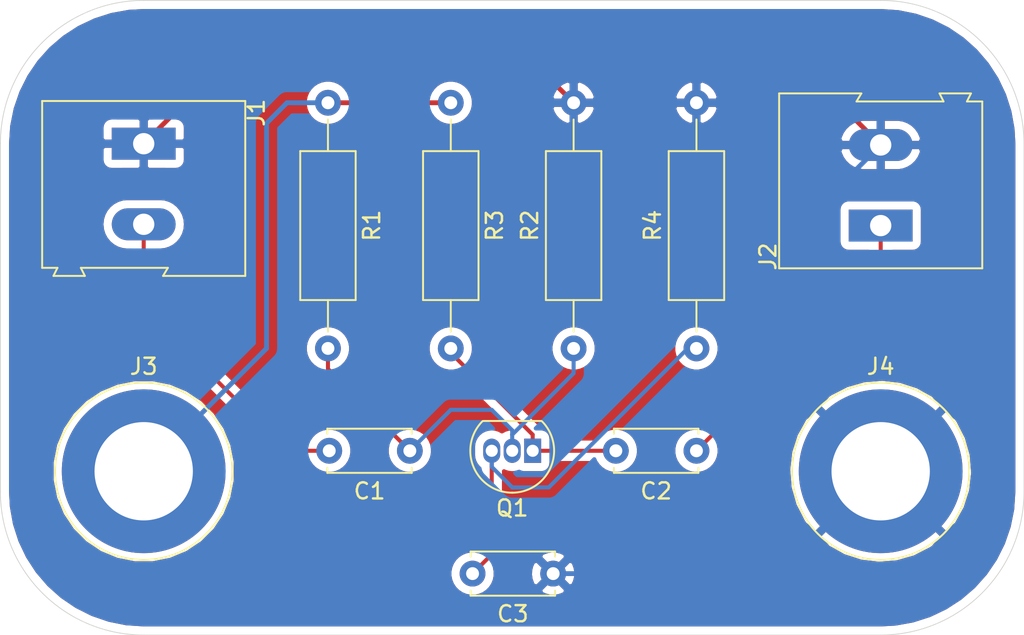
<source format=kicad_pcb>
(kicad_pcb (version 20171130) (host pcbnew "(5.1.7)-1")

  (general
    (thickness 1.6)
    (drawings 8)
    (tracks 41)
    (zones 0)
    (modules 12)
    (nets 8)
  )

  (page A4)
  (title_block
    (title TestPCB)
    (date 2021-12-08)
    (rev V1.0)
    (company "Ventspils Augstskola")
    (comment 1 "Kristers Cipkins")
    (comment 2 Autors)
    (comment 3 "PCB_CAD kurss")
  )

  (layers
    (0 F.Cu signal)
    (31 B.Cu signal)
    (32 B.Adhes user)
    (33 F.Adhes user)
    (34 B.Paste user)
    (35 F.Paste user)
    (36 B.SilkS user)
    (37 F.SilkS user)
    (38 B.Mask user)
    (39 F.Mask user)
    (40 Dwgs.User user)
    (41 Cmts.User user)
    (42 Eco1.User user)
    (43 Eco2.User user)
    (44 Edge.Cuts user)
    (45 Margin user)
    (46 B.CrtYd user)
    (47 F.CrtYd user)
    (48 B.Fab user)
    (49 F.Fab user)
  )

  (setup
    (last_trace_width 0.25)
    (trace_clearance 0.2)
    (zone_clearance 0.508)
    (zone_45_only no)
    (trace_min 0.2)
    (via_size 0.8)
    (via_drill 0.4)
    (via_min_size 0.4)
    (via_min_drill 0.3)
    (uvia_size 0.3)
    (uvia_drill 0.1)
    (uvias_allowed no)
    (uvia_min_size 0.2)
    (uvia_min_drill 0.1)
    (edge_width 0.05)
    (segment_width 0.2)
    (pcb_text_width 0.3)
    (pcb_text_size 1.5 1.5)
    (mod_edge_width 0.12)
    (mod_text_size 1 1)
    (mod_text_width 0.15)
    (pad_size 1.524 1.524)
    (pad_drill 0.762)
    (pad_to_mask_clearance 0)
    (aux_axis_origin 0 0)
    (visible_elements 7FFFFFFF)
    (pcbplotparams
      (layerselection 0x010f0_ffffffff)
      (usegerberextensions false)
      (usegerberattributes true)
      (usegerberadvancedattributes true)
      (creategerberjobfile true)
      (excludeedgelayer true)
      (linewidth 0.100000)
      (plotframeref false)
      (viasonmask false)
      (mode 1)
      (useauxorigin false)
      (hpglpennumber 1)
      (hpglpenspeed 20)
      (hpglpendiameter 15.000000)
      (psnegative false)
      (psa4output false)
      (plotreference true)
      (plotvalue true)
      (plotinvisibletext false)
      (padsonsilk false)
      (subtractmaskfromsilk false)
      (outputformat 1)
      (mirror false)
      (drillshape 0)
      (scaleselection 1)
      (outputdirectory "gerber/"))
  )

  (net 0 "")
  (net 1 "Net-(C1-Pad1)")
  (net 2 "Net-(C1-Pad2)")
  (net 3 "Net-(C2-Pad2)")
  (net 4 "Net-(C2-Pad1)")
  (net 5 GNDREF)
  (net 6 "Net-(C3-Pad2)")
  (net 7 +12V)

  (net_class Default "This is the default net class."
    (clearance 0.2)
    (trace_width 0.25)
    (via_dia 0.8)
    (via_drill 0.4)
    (uvia_dia 0.3)
    (uvia_drill 0.1)
    (add_net "Net-(C1-Pad1)")
    (add_net "Net-(C1-Pad2)")
    (add_net "Net-(C2-Pad1)")
    (add_net "Net-(C2-Pad2)")
    (add_net "Net-(C3-Pad2)")
  )

  (net_class Diff ""
    (clearance 0.125)
    (trace_width 0.2)
    (via_dia 0.8)
    (via_drill 0.4)
    (uvia_dia 0.3)
    (uvia_drill 0.1)
  )

  (net_class Power ""
    (clearance 0.5)
    (trace_width 0.3)
    (via_dia 1)
    (via_drill 0.6)
    (uvia_dia 0.3)
    (uvia_drill 0.1)
    (add_net +12V)
    (add_net GNDREF)
  )

  (module Connector:Banana_Jack_1Pin (layer F.Cu) (tedit 5A1AB217) (tstamp 61B14D97)
    (at 149.86 127)
    (descr "Single banana socket, footprint - 6mm drill")
    (tags "banana socket")
    (path /61B12EC4)
    (fp_text reference J4 (at 0 -6.5) (layer F.SilkS)
      (effects (font (size 1 1) (thickness 0.15)))
    )
    (fp_text value Screw_Terminal_01x01 (at -0.25 6.5) (layer F.Fab)
      (effects (font (size 1 1) (thickness 0.15)))
    )
    (fp_circle (center 0 0) (end 5.75 0) (layer F.CrtYd) (width 0.05))
    (fp_circle (center 0 0) (end 2 0) (layer F.Fab) (width 0.1))
    (fp_circle (center 0 0) (end 4.85 0.05) (layer F.Fab) (width 0.1))
    (fp_circle (center 0 0) (end 5.5 0) (layer F.SilkS) (width 0.12))
    (fp_text user %R (at 0 0) (layer F.Fab)
      (effects (font (size 0.8 0.8) (thickness 0.12)))
    )
    (pad 1 thru_hole circle (at 0 0) (size 10.16 10.16) (drill 6.1) (layers *.Cu *.Mask)
      (net 5 GNDREF))
    (model ${KISYS3DMOD}/Connector.3dshapes/Banana_Jack_1Pin.wrl
      (at (xyz 0 0 0))
      (scale (xyz 2 2 2))
      (rotate (xyz 0 0 0))
    )
  )

  (module Connector:Banana_Jack_1Pin (layer F.Cu) (tedit 5A1AB217) (tstamp 61B14D8D)
    (at 104.14 127)
    (descr "Single banana socket, footprint - 6mm drill")
    (tags "banana socket")
    (path /61B11B31)
    (fp_text reference J3 (at 0 -6.5) (layer F.SilkS)
      (effects (font (size 1 1) (thickness 0.15)))
    )
    (fp_text value Screw_Terminal_01x01 (at -0.25 6.5) (layer F.Fab)
      (effects (font (size 1 1) (thickness 0.15)))
    )
    (fp_circle (center 0 0) (end 5.75 0) (layer F.CrtYd) (width 0.05))
    (fp_circle (center 0 0) (end 2 0) (layer F.Fab) (width 0.1))
    (fp_circle (center 0 0) (end 4.85 0.05) (layer F.Fab) (width 0.1))
    (fp_circle (center 0 0) (end 5.5 0) (layer F.SilkS) (width 0.12))
    (fp_text user %R (at 0 0) (layer F.Fab)
      (effects (font (size 0.8 0.8) (thickness 0.12)))
    )
    (pad 1 thru_hole circle (at 0 0) (size 10.16 10.16) (drill 6.1) (layers *.Cu *.Mask)
      (net 7 +12V))
    (model ${KISYS3DMOD}/Connector.3dshapes/Banana_Jack_1Pin.wrl
      (at (xyz 0 0 0))
      (scale (xyz 2 2 2))
      (rotate (xyz 0 0 0))
    )
  )

  (module Capacitor_THT:C_Disc_D5.0mm_W2.5mm_P5.00mm (layer F.Cu) (tedit 5AE50EF0) (tstamp 61B11968)
    (at 120.65 125.73 180)
    (descr "C, Disc series, Radial, pin pitch=5.00mm, , diameter*width=5*2.5mm^2, Capacitor, http://cdn-reichelt.de/documents/datenblatt/B300/DS_KERKO_TC.pdf")
    (tags "C Disc series Radial pin pitch 5.00mm  diameter 5mm width 2.5mm Capacitor")
    (path /61704079)
    (fp_text reference C1 (at 2.5 -2.5) (layer F.SilkS)
      (effects (font (size 1 1) (thickness 0.15)))
    )
    (fp_text value 20uF (at 2.5 2.5) (layer F.Fab)
      (effects (font (size 1 1) (thickness 0.15)))
    )
    (fp_line (start 6.05 -1.5) (end -1.05 -1.5) (layer F.CrtYd) (width 0.05))
    (fp_line (start 6.05 1.5) (end 6.05 -1.5) (layer F.CrtYd) (width 0.05))
    (fp_line (start -1.05 1.5) (end 6.05 1.5) (layer F.CrtYd) (width 0.05))
    (fp_line (start -1.05 -1.5) (end -1.05 1.5) (layer F.CrtYd) (width 0.05))
    (fp_line (start 5.12 1.055) (end 5.12 1.37) (layer F.SilkS) (width 0.12))
    (fp_line (start 5.12 -1.37) (end 5.12 -1.055) (layer F.SilkS) (width 0.12))
    (fp_line (start -0.12 1.055) (end -0.12 1.37) (layer F.SilkS) (width 0.12))
    (fp_line (start -0.12 -1.37) (end -0.12 -1.055) (layer F.SilkS) (width 0.12))
    (fp_line (start -0.12 1.37) (end 5.12 1.37) (layer F.SilkS) (width 0.12))
    (fp_line (start -0.12 -1.37) (end 5.12 -1.37) (layer F.SilkS) (width 0.12))
    (fp_line (start 5 -1.25) (end 0 -1.25) (layer F.Fab) (width 0.1))
    (fp_line (start 5 1.25) (end 5 -1.25) (layer F.Fab) (width 0.1))
    (fp_line (start 0 1.25) (end 5 1.25) (layer F.Fab) (width 0.1))
    (fp_line (start 0 -1.25) (end 0 1.25) (layer F.Fab) (width 0.1))
    (fp_text user %R (at 2.5 0) (layer F.Fab)
      (effects (font (size 1 1) (thickness 0.15)))
    )
    (pad 1 thru_hole circle (at 0 0 180) (size 1.6 1.6) (drill 0.8) (layers *.Cu *.Mask)
      (net 1 "Net-(C1-Pad1)"))
    (pad 2 thru_hole circle (at 5 0 180) (size 1.6 1.6) (drill 0.8) (layers *.Cu *.Mask)
      (net 2 "Net-(C1-Pad2)"))
    (model ${KISYS3DMOD}/Capacitor_THT.3dshapes/C_Disc_D5.0mm_W2.5mm_P5.00mm.wrl
      (at (xyz 0 0 0))
      (scale (xyz 1 1 1))
      (rotate (xyz 0 0 0))
    )
  )

  (module Capacitor_THT:C_Disc_D5.0mm_W2.5mm_P5.00mm (layer F.Cu) (tedit 5AE50EF0) (tstamp 61B1197D)
    (at 138.43 125.73 180)
    (descr "C, Disc series, Radial, pin pitch=5.00mm, , diameter*width=5*2.5mm^2, Capacitor, http://cdn-reichelt.de/documents/datenblatt/B300/DS_KERKO_TC.pdf")
    (tags "C Disc series Radial pin pitch 5.00mm  diameter 5mm width 2.5mm Capacitor")
    (path /6170569C)
    (fp_text reference C2 (at 2.5 -2.5) (layer F.SilkS)
      (effects (font (size 1 1) (thickness 0.15)))
    )
    (fp_text value 20uF (at 2.5 2.5) (layer F.Fab)
      (effects (font (size 1 1) (thickness 0.15)))
    )
    (fp_line (start 0 -1.25) (end 0 1.25) (layer F.Fab) (width 0.1))
    (fp_line (start 0 1.25) (end 5 1.25) (layer F.Fab) (width 0.1))
    (fp_line (start 5 1.25) (end 5 -1.25) (layer F.Fab) (width 0.1))
    (fp_line (start 5 -1.25) (end 0 -1.25) (layer F.Fab) (width 0.1))
    (fp_line (start -0.12 -1.37) (end 5.12 -1.37) (layer F.SilkS) (width 0.12))
    (fp_line (start -0.12 1.37) (end 5.12 1.37) (layer F.SilkS) (width 0.12))
    (fp_line (start -0.12 -1.37) (end -0.12 -1.055) (layer F.SilkS) (width 0.12))
    (fp_line (start -0.12 1.055) (end -0.12 1.37) (layer F.SilkS) (width 0.12))
    (fp_line (start 5.12 -1.37) (end 5.12 -1.055) (layer F.SilkS) (width 0.12))
    (fp_line (start 5.12 1.055) (end 5.12 1.37) (layer F.SilkS) (width 0.12))
    (fp_line (start -1.05 -1.5) (end -1.05 1.5) (layer F.CrtYd) (width 0.05))
    (fp_line (start -1.05 1.5) (end 6.05 1.5) (layer F.CrtYd) (width 0.05))
    (fp_line (start 6.05 1.5) (end 6.05 -1.5) (layer F.CrtYd) (width 0.05))
    (fp_line (start 6.05 -1.5) (end -1.05 -1.5) (layer F.CrtYd) (width 0.05))
    (fp_text user %R (at 2.5 0) (layer F.Fab)
      (effects (font (size 1 1) (thickness 0.15)))
    )
    (pad 2 thru_hole circle (at 5 0 180) (size 1.6 1.6) (drill 0.8) (layers *.Cu *.Mask)
      (net 3 "Net-(C2-Pad2)"))
    (pad 1 thru_hole circle (at 0 0 180) (size 1.6 1.6) (drill 0.8) (layers *.Cu *.Mask)
      (net 4 "Net-(C2-Pad1)"))
    (model ${KISYS3DMOD}/Capacitor_THT.3dshapes/C_Disc_D5.0mm_W2.5mm_P5.00mm.wrl
      (at (xyz 0 0 0))
      (scale (xyz 1 1 1))
      (rotate (xyz 0 0 0))
    )
  )

  (module Capacitor_THT:C_Disc_D5.0mm_W2.5mm_P5.00mm (layer F.Cu) (tedit 5AE50EF0) (tstamp 61B11992)
    (at 129.54 133.35 180)
    (descr "C, Disc series, Radial, pin pitch=5.00mm, , diameter*width=5*2.5mm^2, Capacitor, http://cdn-reichelt.de/documents/datenblatt/B300/DS_KERKO_TC.pdf")
    (tags "C Disc series Radial pin pitch 5.00mm  diameter 5mm width 2.5mm Capacitor")
    (path /61705CDC)
    (fp_text reference C3 (at 2.5 -2.5) (layer F.SilkS)
      (effects (font (size 1 1) (thickness 0.15)))
    )
    (fp_text value 50uF (at 2.5 2.5) (layer F.Fab)
      (effects (font (size 1 1) (thickness 0.15)))
    )
    (fp_line (start 6.05 -1.5) (end -1.05 -1.5) (layer F.CrtYd) (width 0.05))
    (fp_line (start 6.05 1.5) (end 6.05 -1.5) (layer F.CrtYd) (width 0.05))
    (fp_line (start -1.05 1.5) (end 6.05 1.5) (layer F.CrtYd) (width 0.05))
    (fp_line (start -1.05 -1.5) (end -1.05 1.5) (layer F.CrtYd) (width 0.05))
    (fp_line (start 5.12 1.055) (end 5.12 1.37) (layer F.SilkS) (width 0.12))
    (fp_line (start 5.12 -1.37) (end 5.12 -1.055) (layer F.SilkS) (width 0.12))
    (fp_line (start -0.12 1.055) (end -0.12 1.37) (layer F.SilkS) (width 0.12))
    (fp_line (start -0.12 -1.37) (end -0.12 -1.055) (layer F.SilkS) (width 0.12))
    (fp_line (start -0.12 1.37) (end 5.12 1.37) (layer F.SilkS) (width 0.12))
    (fp_line (start -0.12 -1.37) (end 5.12 -1.37) (layer F.SilkS) (width 0.12))
    (fp_line (start 5 -1.25) (end 0 -1.25) (layer F.Fab) (width 0.1))
    (fp_line (start 5 1.25) (end 5 -1.25) (layer F.Fab) (width 0.1))
    (fp_line (start 0 1.25) (end 5 1.25) (layer F.Fab) (width 0.1))
    (fp_line (start 0 -1.25) (end 0 1.25) (layer F.Fab) (width 0.1))
    (fp_text user %R (at 2.5 0) (layer F.Fab)
      (effects (font (size 1 1) (thickness 0.15)))
    )
    (pad 1 thru_hole circle (at 0 0 180) (size 1.6 1.6) (drill 0.8) (layers *.Cu *.Mask)
      (net 5 GNDREF))
    (pad 2 thru_hole circle (at 5 0 180) (size 1.6 1.6) (drill 0.8) (layers *.Cu *.Mask)
      (net 6 "Net-(C3-Pad2)"))
    (model ${KISYS3DMOD}/Capacitor_THT.3dshapes/C_Disc_D5.0mm_W2.5mm_P5.00mm.wrl
      (at (xyz 0 0 0))
      (scale (xyz 1 1 1))
      (rotate (xyz 0 0 0))
    )
  )

  (module TerminalBlock:TerminalBlock_Altech_AK300-2_P5.00mm (layer F.Cu) (tedit 59FF0306) (tstamp 61B119F9)
    (at 104.14 106.68 270)
    (descr "Altech AK300 terminal block, pitch 5.0mm, 45 degree angled, see http://www.mouser.com/ds/2/16/PCBMETRC-24178.pdf")
    (tags "Altech AK300 terminal block pitch 5.0mm")
    (path /61706827)
    (fp_text reference J1 (at -1.92 -6.99 90) (layer F.SilkS)
      (effects (font (size 1 1) (thickness 0.15)))
    )
    (fp_text value Screw_Terminal_01x02 (at 2.78 7.75 90) (layer F.Fab)
      (effects (font (size 1 1) (thickness 0.15)))
    )
    (fp_line (start 8.36 6.47) (end -2.83 6.47) (layer F.CrtYd) (width 0.05))
    (fp_line (start 8.36 6.47) (end 8.36 -6.47) (layer F.CrtYd) (width 0.05))
    (fp_line (start -2.83 -6.47) (end -2.83 6.47) (layer F.CrtYd) (width 0.05))
    (fp_line (start -2.83 -6.47) (end 8.36 -6.47) (layer F.CrtYd) (width 0.05))
    (fp_line (start 3.36 -0.25) (end 6.67 -0.25) (layer F.Fab) (width 0.1))
    (fp_line (start 2.98 -0.25) (end 3.36 -0.25) (layer F.Fab) (width 0.1))
    (fp_line (start 7.05 -0.25) (end 6.67 -0.25) (layer F.Fab) (width 0.1))
    (fp_line (start 6.67 -0.64) (end 3.36 -0.64) (layer F.Fab) (width 0.1))
    (fp_line (start 7.61 -0.64) (end 6.67 -0.64) (layer F.Fab) (width 0.1))
    (fp_line (start 1.66 -0.64) (end 3.36 -0.64) (layer F.Fab) (width 0.1))
    (fp_line (start -1.64 -0.64) (end 1.66 -0.64) (layer F.Fab) (width 0.1))
    (fp_line (start -2.58 -0.64) (end -1.64 -0.64) (layer F.Fab) (width 0.1))
    (fp_line (start 1.66 -0.25) (end -1.64 -0.25) (layer F.Fab) (width 0.1))
    (fp_line (start 2.04 -0.25) (end 1.66 -0.25) (layer F.Fab) (width 0.1))
    (fp_line (start -2.02 -0.25) (end -1.64 -0.25) (layer F.Fab) (width 0.1))
    (fp_line (start -1.49 -4.32) (end 1.56 -4.95) (layer F.Fab) (width 0.1))
    (fp_line (start -1.62 -4.45) (end 1.44 -5.08) (layer F.Fab) (width 0.1))
    (fp_line (start 3.52 -4.32) (end 6.56 -4.95) (layer F.Fab) (width 0.1))
    (fp_line (start 3.39 -4.45) (end 6.44 -5.08) (layer F.Fab) (width 0.1))
    (fp_line (start 2.04 -5.97) (end -2.02 -5.97) (layer F.Fab) (width 0.1))
    (fp_line (start -2.02 -3.43) (end -2.02 -5.97) (layer F.Fab) (width 0.1))
    (fp_line (start 2.04 -3.43) (end -2.02 -3.43) (layer F.Fab) (width 0.1))
    (fp_line (start 2.04 -3.43) (end 2.04 -5.97) (layer F.Fab) (width 0.1))
    (fp_line (start 7.05 -3.43) (end 2.98 -3.43) (layer F.Fab) (width 0.1))
    (fp_line (start 7.05 -5.97) (end 7.05 -3.43) (layer F.Fab) (width 0.1))
    (fp_line (start 2.98 -5.97) (end 7.05 -5.97) (layer F.Fab) (width 0.1))
    (fp_line (start 2.98 -3.43) (end 2.98 -5.97) (layer F.Fab) (width 0.1))
    (fp_line (start 7.61 -3.17) (end 7.61 -1.65) (layer F.Fab) (width 0.1))
    (fp_line (start -2.58 -3.17) (end -2.58 -6.22) (layer F.Fab) (width 0.1))
    (fp_line (start -2.58 -3.17) (end 7.61 -3.17) (layer F.Fab) (width 0.1))
    (fp_line (start 7.61 -0.64) (end 7.61 4.06) (layer F.Fab) (width 0.1))
    (fp_line (start 7.61 -1.65) (end 7.61 -0.64) (layer F.Fab) (width 0.1))
    (fp_line (start -2.58 -0.64) (end -2.58 -3.17) (layer F.Fab) (width 0.1))
    (fp_line (start -2.58 6.22) (end -2.58 -0.64) (layer F.Fab) (width 0.1))
    (fp_line (start 6.67 0.51) (end 6.28 0.51) (layer F.Fab) (width 0.1))
    (fp_line (start 3.36 0.51) (end 3.74 0.51) (layer F.Fab) (width 0.1))
    (fp_line (start 1.66 0.51) (end 1.28 0.51) (layer F.Fab) (width 0.1))
    (fp_line (start -1.64 0.51) (end -1.26 0.51) (layer F.Fab) (width 0.1))
    (fp_line (start -1.64 3.68) (end -1.64 0.51) (layer F.Fab) (width 0.1))
    (fp_line (start 1.66 3.68) (end -1.64 3.68) (layer F.Fab) (width 0.1))
    (fp_line (start 1.66 3.68) (end 1.66 0.51) (layer F.Fab) (width 0.1))
    (fp_line (start 3.36 3.68) (end 3.36 0.51) (layer F.Fab) (width 0.1))
    (fp_line (start 6.67 3.68) (end 3.36 3.68) (layer F.Fab) (width 0.1))
    (fp_line (start 6.67 3.68) (end 6.67 0.51) (layer F.Fab) (width 0.1))
    (fp_line (start -2.02 4.32) (end -2.02 6.22) (layer F.Fab) (width 0.1))
    (fp_line (start 2.04 4.32) (end 2.04 -0.25) (layer F.Fab) (width 0.1))
    (fp_line (start 2.04 4.32) (end -2.02 4.32) (layer F.Fab) (width 0.1))
    (fp_line (start 7.05 4.32) (end 7.05 6.22) (layer F.Fab) (width 0.1))
    (fp_line (start 2.98 4.32) (end 2.98 -0.25) (layer F.Fab) (width 0.1))
    (fp_line (start 2.98 4.32) (end 7.05 4.32) (layer F.Fab) (width 0.1))
    (fp_line (start -2.02 6.22) (end 2.04 6.22) (layer F.Fab) (width 0.1))
    (fp_line (start -2.58 6.22) (end -2.02 6.22) (layer F.Fab) (width 0.1))
    (fp_line (start -2.02 -0.25) (end -2.02 4.32) (layer F.Fab) (width 0.1))
    (fp_line (start 2.04 6.22) (end 2.98 6.22) (layer F.Fab) (width 0.1))
    (fp_line (start 2.04 6.22) (end 2.04 4.32) (layer F.Fab) (width 0.1))
    (fp_line (start 7.05 6.22) (end 7.61 6.22) (layer F.Fab) (width 0.1))
    (fp_line (start 2.98 6.22) (end 7.05 6.22) (layer F.Fab) (width 0.1))
    (fp_line (start 7.05 -0.25) (end 7.05 4.32) (layer F.Fab) (width 0.1))
    (fp_line (start 2.98 6.22) (end 2.98 4.32) (layer F.Fab) (width 0.1))
    (fp_line (start 8.11 3.81) (end 8.11 5.46) (layer F.Fab) (width 0.1))
    (fp_line (start 7.61 4.06) (end 7.61 5.21) (layer F.Fab) (width 0.1))
    (fp_line (start 8.11 3.81) (end 7.61 4.06) (layer F.Fab) (width 0.1))
    (fp_line (start 7.61 5.21) (end 7.61 6.22) (layer F.Fab) (width 0.1))
    (fp_line (start 8.11 5.46) (end 7.61 5.21) (layer F.Fab) (width 0.1))
    (fp_line (start 8.11 -1.4) (end 7.61 -1.65) (layer F.Fab) (width 0.1))
    (fp_line (start 8.11 -6.22) (end 8.11 -1.4) (layer F.Fab) (width 0.1))
    (fp_line (start 7.61 -6.22) (end 8.11 -6.22) (layer F.Fab) (width 0.1))
    (fp_line (start 7.61 -6.22) (end -2.58 -6.22) (layer F.Fab) (width 0.1))
    (fp_line (start 7.61 -6.22) (end 7.61 -3.17) (layer F.Fab) (width 0.1))
    (fp_line (start 3.74 2.54) (end 3.74 -0.25) (layer F.Fab) (width 0.1))
    (fp_line (start 3.74 -0.25) (end 6.28 -0.25) (layer F.Fab) (width 0.1))
    (fp_line (start 6.28 2.54) (end 6.28 -0.25) (layer F.Fab) (width 0.1))
    (fp_line (start 3.74 2.54) (end 6.28 2.54) (layer F.Fab) (width 0.1))
    (fp_line (start -1.26 2.54) (end -1.26 -0.25) (layer F.Fab) (width 0.1))
    (fp_line (start -1.26 -0.25) (end 1.28 -0.25) (layer F.Fab) (width 0.1))
    (fp_line (start 1.28 2.54) (end 1.28 -0.25) (layer F.Fab) (width 0.1))
    (fp_line (start -1.26 2.54) (end 1.28 2.54) (layer F.Fab) (width 0.1))
    (fp_line (start 8.2 -6.3) (end -2.65 -6.3) (layer F.SilkS) (width 0.12))
    (fp_line (start 8.2 -1.2) (end 8.2 -6.3) (layer F.SilkS) (width 0.12))
    (fp_line (start 7.7 -1.5) (end 8.2 -1.2) (layer F.SilkS) (width 0.12))
    (fp_line (start 7.7 3.9) (end 7.7 -1.5) (layer F.SilkS) (width 0.12))
    (fp_line (start 8.2 3.65) (end 7.7 3.9) (layer F.SilkS) (width 0.12))
    (fp_line (start 8.2 3.7) (end 8.2 3.65) (layer F.SilkS) (width 0.12))
    (fp_line (start 8.2 5.6) (end 8.2 3.7) (layer F.SilkS) (width 0.12))
    (fp_line (start 7.7 5.35) (end 8.2 5.6) (layer F.SilkS) (width 0.12))
    (fp_line (start 7.7 6.3) (end 7.7 5.35) (layer F.SilkS) (width 0.12))
    (fp_line (start -2.65 6.3) (end 7.7 6.3) (layer F.SilkS) (width 0.12))
    (fp_line (start -2.65 -6.3) (end -2.65 6.3) (layer F.SilkS) (width 0.12))
    (fp_text user %R (at 2.5 -2 90) (layer F.Fab)
      (effects (font (size 1 1) (thickness 0.15)))
    )
    (fp_arc (start 6.03 -4.59) (end 6.54 -5.05) (angle 90.5) (layer F.Fab) (width 0.1))
    (fp_arc (start 5.07 -6.07) (end 6.53 -4.12) (angle 75.5) (layer F.Fab) (width 0.1))
    (fp_arc (start 4.99 -3.71) (end 3.39 -5) (angle 100) (layer F.Fab) (width 0.1))
    (fp_arc (start 3.87 -4.65) (end 3.58 -4.13) (angle 104.2) (layer F.Fab) (width 0.1))
    (fp_arc (start 1.03 -4.59) (end 1.53 -5.05) (angle 90.5) (layer F.Fab) (width 0.1))
    (fp_arc (start 0.06 -6.07) (end 1.53 -4.12) (angle 75.5) (layer F.Fab) (width 0.1))
    (fp_arc (start -0.01 -3.71) (end -1.62 -5) (angle 100) (layer F.Fab) (width 0.1))
    (fp_arc (start -1.13 -4.65) (end -1.42 -4.13) (angle 104.2) (layer F.Fab) (width 0.1))
    (pad 1 thru_hole rect (at 0 0 270) (size 1.98 3.96) (drill 1.32) (layers *.Cu *.Mask)
      (net 5 GNDREF))
    (pad 2 thru_hole oval (at 5 0 270) (size 1.98 3.96) (drill 1.32) (layers *.Cu *.Mask)
      (net 2 "Net-(C1-Pad2)"))
    (model ${KISYS3DMOD}/TerminalBlock.3dshapes/TerminalBlock_Altech_AK300-2_P5.00mm.wrl
      (at (xyz 0 0 0))
      (scale (xyz 1 1 1))
      (rotate (xyz 0 0 0))
    )
  )

  (module TerminalBlock:TerminalBlock_Altech_AK300-2_P5.00mm (layer F.Cu) (tedit 59FF0306) (tstamp 61B11A60)
    (at 149.86 111.76 90)
    (descr "Altech AK300 terminal block, pitch 5.0mm, 45 degree angled, see http://www.mouser.com/ds/2/16/PCBMETRC-24178.pdf")
    (tags "Altech AK300 terminal block pitch 5.0mm")
    (path /6170854A)
    (fp_text reference J2 (at -1.92 -6.99 90) (layer F.SilkS)
      (effects (font (size 1 1) (thickness 0.15)))
    )
    (fp_text value Screw_Terminal_01x02 (at 2.78 7.75 90) (layer F.Fab)
      (effects (font (size 1 1) (thickness 0.15)))
    )
    (fp_line (start -2.65 -6.3) (end -2.65 6.3) (layer F.SilkS) (width 0.12))
    (fp_line (start -2.65 6.3) (end 7.7 6.3) (layer F.SilkS) (width 0.12))
    (fp_line (start 7.7 6.3) (end 7.7 5.35) (layer F.SilkS) (width 0.12))
    (fp_line (start 7.7 5.35) (end 8.2 5.6) (layer F.SilkS) (width 0.12))
    (fp_line (start 8.2 5.6) (end 8.2 3.7) (layer F.SilkS) (width 0.12))
    (fp_line (start 8.2 3.7) (end 8.2 3.65) (layer F.SilkS) (width 0.12))
    (fp_line (start 8.2 3.65) (end 7.7 3.9) (layer F.SilkS) (width 0.12))
    (fp_line (start 7.7 3.9) (end 7.7 -1.5) (layer F.SilkS) (width 0.12))
    (fp_line (start 7.7 -1.5) (end 8.2 -1.2) (layer F.SilkS) (width 0.12))
    (fp_line (start 8.2 -1.2) (end 8.2 -6.3) (layer F.SilkS) (width 0.12))
    (fp_line (start 8.2 -6.3) (end -2.65 -6.3) (layer F.SilkS) (width 0.12))
    (fp_line (start -1.26 2.54) (end 1.28 2.54) (layer F.Fab) (width 0.1))
    (fp_line (start 1.28 2.54) (end 1.28 -0.25) (layer F.Fab) (width 0.1))
    (fp_line (start -1.26 -0.25) (end 1.28 -0.25) (layer F.Fab) (width 0.1))
    (fp_line (start -1.26 2.54) (end -1.26 -0.25) (layer F.Fab) (width 0.1))
    (fp_line (start 3.74 2.54) (end 6.28 2.54) (layer F.Fab) (width 0.1))
    (fp_line (start 6.28 2.54) (end 6.28 -0.25) (layer F.Fab) (width 0.1))
    (fp_line (start 3.74 -0.25) (end 6.28 -0.25) (layer F.Fab) (width 0.1))
    (fp_line (start 3.74 2.54) (end 3.74 -0.25) (layer F.Fab) (width 0.1))
    (fp_line (start 7.61 -6.22) (end 7.61 -3.17) (layer F.Fab) (width 0.1))
    (fp_line (start 7.61 -6.22) (end -2.58 -6.22) (layer F.Fab) (width 0.1))
    (fp_line (start 7.61 -6.22) (end 8.11 -6.22) (layer F.Fab) (width 0.1))
    (fp_line (start 8.11 -6.22) (end 8.11 -1.4) (layer F.Fab) (width 0.1))
    (fp_line (start 8.11 -1.4) (end 7.61 -1.65) (layer F.Fab) (width 0.1))
    (fp_line (start 8.11 5.46) (end 7.61 5.21) (layer F.Fab) (width 0.1))
    (fp_line (start 7.61 5.21) (end 7.61 6.22) (layer F.Fab) (width 0.1))
    (fp_line (start 8.11 3.81) (end 7.61 4.06) (layer F.Fab) (width 0.1))
    (fp_line (start 7.61 4.06) (end 7.61 5.21) (layer F.Fab) (width 0.1))
    (fp_line (start 8.11 3.81) (end 8.11 5.46) (layer F.Fab) (width 0.1))
    (fp_line (start 2.98 6.22) (end 2.98 4.32) (layer F.Fab) (width 0.1))
    (fp_line (start 7.05 -0.25) (end 7.05 4.32) (layer F.Fab) (width 0.1))
    (fp_line (start 2.98 6.22) (end 7.05 6.22) (layer F.Fab) (width 0.1))
    (fp_line (start 7.05 6.22) (end 7.61 6.22) (layer F.Fab) (width 0.1))
    (fp_line (start 2.04 6.22) (end 2.04 4.32) (layer F.Fab) (width 0.1))
    (fp_line (start 2.04 6.22) (end 2.98 6.22) (layer F.Fab) (width 0.1))
    (fp_line (start -2.02 -0.25) (end -2.02 4.32) (layer F.Fab) (width 0.1))
    (fp_line (start -2.58 6.22) (end -2.02 6.22) (layer F.Fab) (width 0.1))
    (fp_line (start -2.02 6.22) (end 2.04 6.22) (layer F.Fab) (width 0.1))
    (fp_line (start 2.98 4.32) (end 7.05 4.32) (layer F.Fab) (width 0.1))
    (fp_line (start 2.98 4.32) (end 2.98 -0.25) (layer F.Fab) (width 0.1))
    (fp_line (start 7.05 4.32) (end 7.05 6.22) (layer F.Fab) (width 0.1))
    (fp_line (start 2.04 4.32) (end -2.02 4.32) (layer F.Fab) (width 0.1))
    (fp_line (start 2.04 4.32) (end 2.04 -0.25) (layer F.Fab) (width 0.1))
    (fp_line (start -2.02 4.32) (end -2.02 6.22) (layer F.Fab) (width 0.1))
    (fp_line (start 6.67 3.68) (end 6.67 0.51) (layer F.Fab) (width 0.1))
    (fp_line (start 6.67 3.68) (end 3.36 3.68) (layer F.Fab) (width 0.1))
    (fp_line (start 3.36 3.68) (end 3.36 0.51) (layer F.Fab) (width 0.1))
    (fp_line (start 1.66 3.68) (end 1.66 0.51) (layer F.Fab) (width 0.1))
    (fp_line (start 1.66 3.68) (end -1.64 3.68) (layer F.Fab) (width 0.1))
    (fp_line (start -1.64 3.68) (end -1.64 0.51) (layer F.Fab) (width 0.1))
    (fp_line (start -1.64 0.51) (end -1.26 0.51) (layer F.Fab) (width 0.1))
    (fp_line (start 1.66 0.51) (end 1.28 0.51) (layer F.Fab) (width 0.1))
    (fp_line (start 3.36 0.51) (end 3.74 0.51) (layer F.Fab) (width 0.1))
    (fp_line (start 6.67 0.51) (end 6.28 0.51) (layer F.Fab) (width 0.1))
    (fp_line (start -2.58 6.22) (end -2.58 -0.64) (layer F.Fab) (width 0.1))
    (fp_line (start -2.58 -0.64) (end -2.58 -3.17) (layer F.Fab) (width 0.1))
    (fp_line (start 7.61 -1.65) (end 7.61 -0.64) (layer F.Fab) (width 0.1))
    (fp_line (start 7.61 -0.64) (end 7.61 4.06) (layer F.Fab) (width 0.1))
    (fp_line (start -2.58 -3.17) (end 7.61 -3.17) (layer F.Fab) (width 0.1))
    (fp_line (start -2.58 -3.17) (end -2.58 -6.22) (layer F.Fab) (width 0.1))
    (fp_line (start 7.61 -3.17) (end 7.61 -1.65) (layer F.Fab) (width 0.1))
    (fp_line (start 2.98 -3.43) (end 2.98 -5.97) (layer F.Fab) (width 0.1))
    (fp_line (start 2.98 -5.97) (end 7.05 -5.97) (layer F.Fab) (width 0.1))
    (fp_line (start 7.05 -5.97) (end 7.05 -3.43) (layer F.Fab) (width 0.1))
    (fp_line (start 7.05 -3.43) (end 2.98 -3.43) (layer F.Fab) (width 0.1))
    (fp_line (start 2.04 -3.43) (end 2.04 -5.97) (layer F.Fab) (width 0.1))
    (fp_line (start 2.04 -3.43) (end -2.02 -3.43) (layer F.Fab) (width 0.1))
    (fp_line (start -2.02 -3.43) (end -2.02 -5.97) (layer F.Fab) (width 0.1))
    (fp_line (start 2.04 -5.97) (end -2.02 -5.97) (layer F.Fab) (width 0.1))
    (fp_line (start 3.39 -4.45) (end 6.44 -5.08) (layer F.Fab) (width 0.1))
    (fp_line (start 3.52 -4.32) (end 6.56 -4.95) (layer F.Fab) (width 0.1))
    (fp_line (start -1.62 -4.45) (end 1.44 -5.08) (layer F.Fab) (width 0.1))
    (fp_line (start -1.49 -4.32) (end 1.56 -4.95) (layer F.Fab) (width 0.1))
    (fp_line (start -2.02 -0.25) (end -1.64 -0.25) (layer F.Fab) (width 0.1))
    (fp_line (start 2.04 -0.25) (end 1.66 -0.25) (layer F.Fab) (width 0.1))
    (fp_line (start 1.66 -0.25) (end -1.64 -0.25) (layer F.Fab) (width 0.1))
    (fp_line (start -2.58 -0.64) (end -1.64 -0.64) (layer F.Fab) (width 0.1))
    (fp_line (start -1.64 -0.64) (end 1.66 -0.64) (layer F.Fab) (width 0.1))
    (fp_line (start 1.66 -0.64) (end 3.36 -0.64) (layer F.Fab) (width 0.1))
    (fp_line (start 7.61 -0.64) (end 6.67 -0.64) (layer F.Fab) (width 0.1))
    (fp_line (start 6.67 -0.64) (end 3.36 -0.64) (layer F.Fab) (width 0.1))
    (fp_line (start 7.05 -0.25) (end 6.67 -0.25) (layer F.Fab) (width 0.1))
    (fp_line (start 2.98 -0.25) (end 3.36 -0.25) (layer F.Fab) (width 0.1))
    (fp_line (start 3.36 -0.25) (end 6.67 -0.25) (layer F.Fab) (width 0.1))
    (fp_line (start -2.83 -6.47) (end 8.36 -6.47) (layer F.CrtYd) (width 0.05))
    (fp_line (start -2.83 -6.47) (end -2.83 6.47) (layer F.CrtYd) (width 0.05))
    (fp_line (start 8.36 6.47) (end 8.36 -6.47) (layer F.CrtYd) (width 0.05))
    (fp_line (start 8.36 6.47) (end -2.83 6.47) (layer F.CrtYd) (width 0.05))
    (fp_arc (start -1.13 -4.65) (end -1.42 -4.13) (angle 104.2) (layer F.Fab) (width 0.1))
    (fp_arc (start -0.01 -3.71) (end -1.62 -5) (angle 100) (layer F.Fab) (width 0.1))
    (fp_arc (start 0.06 -6.07) (end 1.53 -4.12) (angle 75.5) (layer F.Fab) (width 0.1))
    (fp_arc (start 1.03 -4.59) (end 1.53 -5.05) (angle 90.5) (layer F.Fab) (width 0.1))
    (fp_arc (start 3.87 -4.65) (end 3.58 -4.13) (angle 104.2) (layer F.Fab) (width 0.1))
    (fp_arc (start 4.99 -3.71) (end 3.39 -5) (angle 100) (layer F.Fab) (width 0.1))
    (fp_arc (start 5.07 -6.07) (end 6.53 -4.12) (angle 75.5) (layer F.Fab) (width 0.1))
    (fp_arc (start 6.03 -4.59) (end 6.54 -5.05) (angle 90.5) (layer F.Fab) (width 0.1))
    (fp_text user %R (at 2.5 -2 90) (layer F.Fab)
      (effects (font (size 1 1) (thickness 0.15)))
    )
    (pad 2 thru_hole oval (at 5 0 90) (size 1.98 3.96) (drill 1.32) (layers *.Cu *.Mask)
      (net 5 GNDREF))
    (pad 1 thru_hole rect (at 0 0 90) (size 1.98 3.96) (drill 1.32) (layers *.Cu *.Mask)
      (net 4 "Net-(C2-Pad1)"))
    (model ${KISYS3DMOD}/TerminalBlock.3dshapes/TerminalBlock_Altech_AK300-2_P5.00mm.wrl
      (at (xyz 0 0 0))
      (scale (xyz 1 1 1))
      (rotate (xyz 0 0 0))
    )
  )

  (module Package_TO_SOT_THT:TO-92_Inline (layer F.Cu) (tedit 5A1DD157) (tstamp 61B11A72)
    (at 128.27 125.73 180)
    (descr "TO-92 leads in-line, narrow, oval pads, drill 0.75mm (see NXP sot054_po.pdf)")
    (tags "to-92 sc-43 sc-43a sot54 PA33 transistor")
    (path /616FBFF2)
    (fp_text reference Q1 (at 1.27 -3.56) (layer F.SilkS)
      (effects (font (size 1 1) (thickness 0.15)))
    )
    (fp_text value BC548 (at 1.27 2.79) (layer F.Fab)
      (effects (font (size 1 1) (thickness 0.15)))
    )
    (fp_line (start 4 2.01) (end -1.46 2.01) (layer F.CrtYd) (width 0.05))
    (fp_line (start 4 2.01) (end 4 -2.73) (layer F.CrtYd) (width 0.05))
    (fp_line (start -1.46 -2.73) (end -1.46 2.01) (layer F.CrtYd) (width 0.05))
    (fp_line (start -1.46 -2.73) (end 4 -2.73) (layer F.CrtYd) (width 0.05))
    (fp_line (start -0.5 1.75) (end 3 1.75) (layer F.Fab) (width 0.1))
    (fp_line (start -0.53 1.85) (end 3.07 1.85) (layer F.SilkS) (width 0.12))
    (fp_text user %R (at 1.27 0) (layer F.Fab)
      (effects (font (size 1 1) (thickness 0.15)))
    )
    (fp_arc (start 1.27 0) (end 1.27 -2.48) (angle 135) (layer F.Fab) (width 0.1))
    (fp_arc (start 1.27 0) (end 1.27 -2.6) (angle -135) (layer F.SilkS) (width 0.12))
    (fp_arc (start 1.27 0) (end 1.27 -2.48) (angle -135) (layer F.Fab) (width 0.1))
    (fp_arc (start 1.27 0) (end 1.27 -2.6) (angle 135) (layer F.SilkS) (width 0.12))
    (pad 2 thru_hole oval (at 1.27 0 180) (size 1.05 1.5) (drill 0.75) (layers *.Cu *.Mask)
      (net 1 "Net-(C1-Pad1)"))
    (pad 3 thru_hole oval (at 2.54 0 180) (size 1.05 1.5) (drill 0.75) (layers *.Cu *.Mask)
      (net 6 "Net-(C3-Pad2)"))
    (pad 1 thru_hole rect (at 0 0 180) (size 1.05 1.5) (drill 0.75) (layers *.Cu *.Mask)
      (net 3 "Net-(C2-Pad2)"))
    (model ${KISYS3DMOD}/Package_TO_SOT_THT.3dshapes/TO-92_Inline.wrl
      (at (xyz 0 0 0))
      (scale (xyz 1 1 1))
      (rotate (xyz 0 0 0))
    )
  )

  (module Resistor_THT:R_Axial_DIN0309_L9.0mm_D3.2mm_P15.24mm_Horizontal (layer F.Cu) (tedit 5AE5139B) (tstamp 61B11A89)
    (at 115.57 104.14 270)
    (descr "Resistor, Axial_DIN0309 series, Axial, Horizontal, pin pitch=15.24mm, 0.5W = 1/2W, length*diameter=9*3.2mm^2, http://cdn-reichelt.de/documents/datenblatt/B400/1_4W%23YAG.pdf")
    (tags "Resistor Axial_DIN0309 series Axial Horizontal pin pitch 15.24mm 0.5W = 1/2W length 9mm diameter 3.2mm")
    (path /616FD35D)
    (fp_text reference R1 (at 7.62 -2.72 90) (layer F.SilkS)
      (effects (font (size 1 1) (thickness 0.15)))
    )
    (fp_text value 22k (at 7.62 2.72 90) (layer F.Fab)
      (effects (font (size 1 1) (thickness 0.15)))
    )
    (fp_line (start 3.12 -1.6) (end 3.12 1.6) (layer F.Fab) (width 0.1))
    (fp_line (start 3.12 1.6) (end 12.12 1.6) (layer F.Fab) (width 0.1))
    (fp_line (start 12.12 1.6) (end 12.12 -1.6) (layer F.Fab) (width 0.1))
    (fp_line (start 12.12 -1.6) (end 3.12 -1.6) (layer F.Fab) (width 0.1))
    (fp_line (start 0 0) (end 3.12 0) (layer F.Fab) (width 0.1))
    (fp_line (start 15.24 0) (end 12.12 0) (layer F.Fab) (width 0.1))
    (fp_line (start 3 -1.72) (end 3 1.72) (layer F.SilkS) (width 0.12))
    (fp_line (start 3 1.72) (end 12.24 1.72) (layer F.SilkS) (width 0.12))
    (fp_line (start 12.24 1.72) (end 12.24 -1.72) (layer F.SilkS) (width 0.12))
    (fp_line (start 12.24 -1.72) (end 3 -1.72) (layer F.SilkS) (width 0.12))
    (fp_line (start 1.04 0) (end 3 0) (layer F.SilkS) (width 0.12))
    (fp_line (start 14.2 0) (end 12.24 0) (layer F.SilkS) (width 0.12))
    (fp_line (start -1.05 -1.85) (end -1.05 1.85) (layer F.CrtYd) (width 0.05))
    (fp_line (start -1.05 1.85) (end 16.29 1.85) (layer F.CrtYd) (width 0.05))
    (fp_line (start 16.29 1.85) (end 16.29 -1.85) (layer F.CrtYd) (width 0.05))
    (fp_line (start 16.29 -1.85) (end -1.05 -1.85) (layer F.CrtYd) (width 0.05))
    (fp_text user %R (at 7.62 0 90) (layer F.Fab)
      (effects (font (size 1 1) (thickness 0.15)))
    )
    (pad 2 thru_hole oval (at 15.24 0 270) (size 1.6 1.6) (drill 0.8) (layers *.Cu *.Mask)
      (net 1 "Net-(C1-Pad1)"))
    (pad 1 thru_hole circle (at 0 0 270) (size 1.6 1.6) (drill 0.8) (layers *.Cu *.Mask)
      (net 7 +12V))
    (model ${KISYS3DMOD}/Resistor_THT.3dshapes/R_Axial_DIN0309_L9.0mm_D3.2mm_P15.24mm_Horizontal.wrl
      (at (xyz 0 0 0))
      (scale (xyz 1 1 1))
      (rotate (xyz 0 0 0))
    )
  )

  (module Resistor_THT:R_Axial_DIN0309_L9.0mm_D3.2mm_P15.24mm_Horizontal (layer F.Cu) (tedit 5AE5139B) (tstamp 61B11AA0)
    (at 130.81 119.38 90)
    (descr "Resistor, Axial_DIN0309 series, Axial, Horizontal, pin pitch=15.24mm, 0.5W = 1/2W, length*diameter=9*3.2mm^2, http://cdn-reichelt.de/documents/datenblatt/B400/1_4W%23YAG.pdf")
    (tags "Resistor Axial_DIN0309 series Axial Horizontal pin pitch 15.24mm 0.5W = 1/2W length 9mm diameter 3.2mm")
    (path /616FD4B0)
    (fp_text reference R2 (at 7.62 -2.72 90) (layer F.SilkS)
      (effects (font (size 1 1) (thickness 0.15)))
    )
    (fp_text value "6.8k " (at 7.62 2.72 90) (layer F.Fab)
      (effects (font (size 1 1) (thickness 0.15)))
    )
    (fp_line (start 16.29 -1.85) (end -1.05 -1.85) (layer F.CrtYd) (width 0.05))
    (fp_line (start 16.29 1.85) (end 16.29 -1.85) (layer F.CrtYd) (width 0.05))
    (fp_line (start -1.05 1.85) (end 16.29 1.85) (layer F.CrtYd) (width 0.05))
    (fp_line (start -1.05 -1.85) (end -1.05 1.85) (layer F.CrtYd) (width 0.05))
    (fp_line (start 14.2 0) (end 12.24 0) (layer F.SilkS) (width 0.12))
    (fp_line (start 1.04 0) (end 3 0) (layer F.SilkS) (width 0.12))
    (fp_line (start 12.24 -1.72) (end 3 -1.72) (layer F.SilkS) (width 0.12))
    (fp_line (start 12.24 1.72) (end 12.24 -1.72) (layer F.SilkS) (width 0.12))
    (fp_line (start 3 1.72) (end 12.24 1.72) (layer F.SilkS) (width 0.12))
    (fp_line (start 3 -1.72) (end 3 1.72) (layer F.SilkS) (width 0.12))
    (fp_line (start 15.24 0) (end 12.12 0) (layer F.Fab) (width 0.1))
    (fp_line (start 0 0) (end 3.12 0) (layer F.Fab) (width 0.1))
    (fp_line (start 12.12 -1.6) (end 3.12 -1.6) (layer F.Fab) (width 0.1))
    (fp_line (start 12.12 1.6) (end 12.12 -1.6) (layer F.Fab) (width 0.1))
    (fp_line (start 3.12 1.6) (end 12.12 1.6) (layer F.Fab) (width 0.1))
    (fp_line (start 3.12 -1.6) (end 3.12 1.6) (layer F.Fab) (width 0.1))
    (fp_text user %R (at 7.62 0 90) (layer F.Fab)
      (effects (font (size 1 1) (thickness 0.15)))
    )
    (pad 1 thru_hole circle (at 0 0 90) (size 1.6 1.6) (drill 0.8) (layers *.Cu *.Mask)
      (net 1 "Net-(C1-Pad1)"))
    (pad 2 thru_hole oval (at 15.24 0 90) (size 1.6 1.6) (drill 0.8) (layers *.Cu *.Mask)
      (net 5 GNDREF))
    (model ${KISYS3DMOD}/Resistor_THT.3dshapes/R_Axial_DIN0309_L9.0mm_D3.2mm_P15.24mm_Horizontal.wrl
      (at (xyz 0 0 0))
      (scale (xyz 1 1 1))
      (rotate (xyz 0 0 0))
    )
  )

  (module Resistor_THT:R_Axial_DIN0309_L9.0mm_D3.2mm_P15.24mm_Horizontal (layer F.Cu) (tedit 5AE5139B) (tstamp 61B11AB7)
    (at 123.19 104.14 270)
    (descr "Resistor, Axial_DIN0309 series, Axial, Horizontal, pin pitch=15.24mm, 0.5W = 1/2W, length*diameter=9*3.2mm^2, http://cdn-reichelt.de/documents/datenblatt/B400/1_4W%23YAG.pdf")
    (tags "Resistor Axial_DIN0309 series Axial Horizontal pin pitch 15.24mm 0.5W = 1/2W length 9mm diameter 3.2mm")
    (path /616FC86A)
    (fp_text reference R3 (at 7.62 -2.72 90) (layer F.SilkS)
      (effects (font (size 1 1) (thickness 0.15)))
    )
    (fp_text value 4.7k (at 7.62 2.72 90) (layer F.Fab)
      (effects (font (size 1 1) (thickness 0.15)))
    )
    (fp_line (start 16.29 -1.85) (end -1.05 -1.85) (layer F.CrtYd) (width 0.05))
    (fp_line (start 16.29 1.85) (end 16.29 -1.85) (layer F.CrtYd) (width 0.05))
    (fp_line (start -1.05 1.85) (end 16.29 1.85) (layer F.CrtYd) (width 0.05))
    (fp_line (start -1.05 -1.85) (end -1.05 1.85) (layer F.CrtYd) (width 0.05))
    (fp_line (start 14.2 0) (end 12.24 0) (layer F.SilkS) (width 0.12))
    (fp_line (start 1.04 0) (end 3 0) (layer F.SilkS) (width 0.12))
    (fp_line (start 12.24 -1.72) (end 3 -1.72) (layer F.SilkS) (width 0.12))
    (fp_line (start 12.24 1.72) (end 12.24 -1.72) (layer F.SilkS) (width 0.12))
    (fp_line (start 3 1.72) (end 12.24 1.72) (layer F.SilkS) (width 0.12))
    (fp_line (start 3 -1.72) (end 3 1.72) (layer F.SilkS) (width 0.12))
    (fp_line (start 15.24 0) (end 12.12 0) (layer F.Fab) (width 0.1))
    (fp_line (start 0 0) (end 3.12 0) (layer F.Fab) (width 0.1))
    (fp_line (start 12.12 -1.6) (end 3.12 -1.6) (layer F.Fab) (width 0.1))
    (fp_line (start 12.12 1.6) (end 12.12 -1.6) (layer F.Fab) (width 0.1))
    (fp_line (start 3.12 1.6) (end 12.12 1.6) (layer F.Fab) (width 0.1))
    (fp_line (start 3.12 -1.6) (end 3.12 1.6) (layer F.Fab) (width 0.1))
    (fp_text user %R (at 7.62 0 90) (layer F.Fab)
      (effects (font (size 1 1) (thickness 0.15)))
    )
    (pad 1 thru_hole circle (at 0 0 270) (size 1.6 1.6) (drill 0.8) (layers *.Cu *.Mask)
      (net 7 +12V))
    (pad 2 thru_hole oval (at 15.24 0 270) (size 1.6 1.6) (drill 0.8) (layers *.Cu *.Mask)
      (net 3 "Net-(C2-Pad2)"))
    (model ${KISYS3DMOD}/Resistor_THT.3dshapes/R_Axial_DIN0309_L9.0mm_D3.2mm_P15.24mm_Horizontal.wrl
      (at (xyz 0 0 0))
      (scale (xyz 1 1 1))
      (rotate (xyz 0 0 0))
    )
  )

  (module Resistor_THT:R_Axial_DIN0309_L9.0mm_D3.2mm_P15.24mm_Horizontal (layer F.Cu) (tedit 5AE5139B) (tstamp 61B11ACE)
    (at 138.43 119.38 90)
    (descr "Resistor, Axial_DIN0309 series, Axial, Horizontal, pin pitch=15.24mm, 0.5W = 1/2W, length*diameter=9*3.2mm^2, http://cdn-reichelt.de/documents/datenblatt/B400/1_4W%23YAG.pdf")
    (tags "Resistor Axial_DIN0309 series Axial Horizontal pin pitch 15.24mm 0.5W = 1/2W length 9mm diameter 3.2mm")
    (path /616FD7E2)
    (fp_text reference R4 (at 7.62 -2.72 90) (layer F.SilkS)
      (effects (font (size 1 1) (thickness 0.15)))
    )
    (fp_text value 1.8k (at 7.62 2.72 90) (layer F.Fab)
      (effects (font (size 1 1) (thickness 0.15)))
    )
    (fp_line (start 3.12 -1.6) (end 3.12 1.6) (layer F.Fab) (width 0.1))
    (fp_line (start 3.12 1.6) (end 12.12 1.6) (layer F.Fab) (width 0.1))
    (fp_line (start 12.12 1.6) (end 12.12 -1.6) (layer F.Fab) (width 0.1))
    (fp_line (start 12.12 -1.6) (end 3.12 -1.6) (layer F.Fab) (width 0.1))
    (fp_line (start 0 0) (end 3.12 0) (layer F.Fab) (width 0.1))
    (fp_line (start 15.24 0) (end 12.12 0) (layer F.Fab) (width 0.1))
    (fp_line (start 3 -1.72) (end 3 1.72) (layer F.SilkS) (width 0.12))
    (fp_line (start 3 1.72) (end 12.24 1.72) (layer F.SilkS) (width 0.12))
    (fp_line (start 12.24 1.72) (end 12.24 -1.72) (layer F.SilkS) (width 0.12))
    (fp_line (start 12.24 -1.72) (end 3 -1.72) (layer F.SilkS) (width 0.12))
    (fp_line (start 1.04 0) (end 3 0) (layer F.SilkS) (width 0.12))
    (fp_line (start 14.2 0) (end 12.24 0) (layer F.SilkS) (width 0.12))
    (fp_line (start -1.05 -1.85) (end -1.05 1.85) (layer F.CrtYd) (width 0.05))
    (fp_line (start -1.05 1.85) (end 16.29 1.85) (layer F.CrtYd) (width 0.05))
    (fp_line (start 16.29 1.85) (end 16.29 -1.85) (layer F.CrtYd) (width 0.05))
    (fp_line (start 16.29 -1.85) (end -1.05 -1.85) (layer F.CrtYd) (width 0.05))
    (fp_text user %R (at 7.62 0 90) (layer F.Fab)
      (effects (font (size 1 1) (thickness 0.15)))
    )
    (pad 2 thru_hole oval (at 15.24 0 90) (size 1.6 1.6) (drill 0.8) (layers *.Cu *.Mask)
      (net 5 GNDREF))
    (pad 1 thru_hole circle (at 0 0 90) (size 1.6 1.6) (drill 0.8) (layers *.Cu *.Mask)
      (net 6 "Net-(C3-Pad2)"))
    (model ${KISYS3DMOD}/Resistor_THT.3dshapes/R_Axial_DIN0309_L9.0mm_D3.2mm_P15.24mm_Horizontal.wrl
      (at (xyz 0 0 0))
      (scale (xyz 1 1 1))
      (rotate (xyz 0 0 0))
    )
  )

  (gr_arc (start 149.86 128.27) (end 149.86 137.16) (angle -90) (layer Edge.Cuts) (width 0.05))
  (gr_line (start 104.14 137.16) (end 149.86 137.16) (layer Edge.Cuts) (width 0.05) (tstamp 61B13D6B))
  (gr_line (start 95.25 128.27) (end 95.25 106.68) (layer Edge.Cuts) (width 0.05) (tstamp 61B13D6A))
  (gr_arc (start 104.14 128.27) (end 95.25 128.27) (angle -90) (layer Edge.Cuts) (width 0.05) (tstamp 61B13D42))
  (gr_line (start 158.75 128.27) (end 158.75 106.68) (layer Edge.Cuts) (width 0.05) (tstamp 61B13D53))
  (gr_line (start 149.86 97.79) (end 104.14 97.79) (layer Edge.Cuts) (width 0.05) (tstamp 61B13D47))
  (gr_arc (start 104.14 106.68) (end 104.14 97.79) (angle -90) (layer Edge.Cuts) (width 0.05) (tstamp 61B13D42))
  (gr_arc (start 149.86 106.68) (end 158.75 106.68) (angle -90) (layer Edge.Cuts) (width 0.05))

  (segment (start 130.81 120.92) (end 130.81 119.38) (width 0.25) (layer B.Cu) (net 1))
  (segment (start 127 124.73) (end 130.81 120.92) (width 0.25) (layer B.Cu) (net 1))
  (segment (start 127 125.73) (end 127 124.73) (width 0.25) (layer B.Cu) (net 1))
  (segment (start 115.57 120.65) (end 120.65 125.73) (width 0.25) (layer F.Cu) (net 1))
  (segment (start 115.57 119.38) (end 115.57 120.65) (width 0.25) (layer F.Cu) (net 1))
  (segment (start 127 124.73) (end 127 124.46) (width 0.25) (layer B.Cu) (net 1))
  (segment (start 127 124.46) (end 125.73 123.19) (width 0.25) (layer B.Cu) (net 1))
  (segment (start 123.19 123.19) (end 120.65 125.73) (width 0.25) (layer B.Cu) (net 1))
  (segment (start 125.73 123.19) (end 123.19 123.19) (width 0.25) (layer B.Cu) (net 1))
  (segment (start 115.65 125.73) (end 113.03 125.73) (width 0.25) (layer F.Cu) (net 2))
  (segment (start 104.14 116.84) (end 104.14 111.68) (width 0.25) (layer F.Cu) (net 2))
  (segment (start 113.03 125.73) (end 104.14 116.84) (width 0.25) (layer F.Cu) (net 2))
  (segment (start 128.27 125.73) (end 133.43 125.73) (width 0.25) (layer F.Cu) (net 3))
  (segment (start 123.19 119.65) (end 123.19 119.38) (width 0.25) (layer F.Cu) (net 3))
  (segment (start 128.27 124.73) (end 123.19 119.65) (width 0.25) (layer F.Cu) (net 3))
  (segment (start 128.27 125.73) (end 128.27 124.73) (width 0.25) (layer F.Cu) (net 3))
  (segment (start 149.86 114.3) (end 138.43 125.73) (width 0.25) (layer F.Cu) (net 4))
  (segment (start 149.86 111.76) (end 149.86 114.3) (width 0.25) (layer F.Cu) (net 4))
  (segment (start 143.51 133.35) (end 129.54 133.35) (width 0.3) (layer B.Cu) (net 5))
  (segment (start 149.86 127) (end 143.51 133.35) (width 0.3) (layer B.Cu) (net 5))
  (segment (start 149.86 127) (end 143.51 120.65) (width 0.3) (layer B.Cu) (net 5))
  (segment (start 143.51 113.11) (end 149.86 106.76) (width 0.3) (layer B.Cu) (net 5))
  (segment (start 143.51 120.65) (end 143.51 113.11) (width 0.3) (layer B.Cu) (net 5))
  (segment (start 147.24 104.14) (end 149.86 106.76) (width 0.3) (layer F.Cu) (net 5))
  (segment (start 138.43 104.14) (end 147.24 104.14) (width 0.3) (layer F.Cu) (net 5))
  (segment (start 138.43 104.14) (end 130.81 104.14) (width 0.3) (layer F.Cu) (net 5))
  (segment (start 109.22 101.6) (end 104.14 106.68) (width 0.3) (layer F.Cu) (net 5))
  (segment (start 128.27 101.6) (end 109.22 101.6) (width 0.3) (layer F.Cu) (net 5))
  (segment (start 130.81 104.14) (end 128.27 101.6) (width 0.3) (layer F.Cu) (net 5))
  (segment (start 125.73 132.16) (end 124.54 133.35) (width 0.25) (layer F.Cu) (net 6))
  (segment (start 125.73 125.73) (end 125.73 132.16) (width 0.25) (layer F.Cu) (net 6))
  (segment (start 125.73 126.73) (end 127 128) (width 0.25) (layer B.Cu) (net 6))
  (segment (start 125.73 125.73) (end 125.73 126.73) (width 0.25) (layer B.Cu) (net 6))
  (segment (start 127 128) (end 129.27 128) (width 0.25) (layer B.Cu) (net 6))
  (segment (start 137.89 119.38) (end 138.43 119.38) (width 0.25) (layer B.Cu) (net 6))
  (segment (start 129.27 128) (end 137.89 119.38) (width 0.25) (layer B.Cu) (net 6))
  (segment (start 123.19 104.14) (end 115.57 104.14) (width 0.3) (layer F.Cu) (net 7))
  (segment (start 115.57 104.14) (end 113.03 104.14) (width 0.3) (layer B.Cu) (net 7))
  (segment (start 113.03 104.14) (end 111.76 105.41) (width 0.3) (layer B.Cu) (net 7))
  (segment (start 111.76 119.38) (end 104.14 127) (width 0.3) (layer B.Cu) (net 7))
  (segment (start 111.76 105.41) (end 111.76 119.38) (width 0.3) (layer B.Cu) (net 7))

  (zone (net 5) (net_name GNDREF) (layer B.Cu) (tstamp 61B1183B) (hatch edge 0.508)
    (connect_pads (clearance 0.508))
    (min_thickness 0.254)
    (fill yes (arc_segments 32) (thermal_gap 0.508) (thermal_bridge_width 0.508))
    (polygon
      (pts
        (xy 158.75 137.16) (xy 95.25 137.16) (xy 95.25 97.79) (xy 158.75 97.79)
      )
    )
    (filled_polygon
      (pts
        (xy 150.948277 98.523738) (xy 152.017438 98.739318) (xy 153.048689 99.094407) (xy 154.023924 99.582768) (xy 154.926001 100.195819)
        (xy 155.739072 100.92279) (xy 156.448855 101.750907) (xy 157.04288 102.665627) (xy 157.510709 103.650871) (xy 157.844123 104.689332)
        (xy 158.037879 105.766186) (xy 158.090001 106.698456) (xy 158.09 128.248105) (xy 158.016262 129.358279) (xy 157.800682 130.427438)
        (xy 157.445594 131.458687) (xy 156.957232 132.433924) (xy 156.344185 133.335996) (xy 155.61721 134.149072) (xy 154.789096 134.858852)
        (xy 153.874373 135.45288) (xy 152.889129 135.920709) (xy 151.850668 136.254123) (xy 150.773814 136.447879) (xy 149.841563 136.5)
        (xy 104.161895 136.5) (xy 103.051721 136.426262) (xy 101.982562 136.210682) (xy 100.951313 135.855594) (xy 99.976076 135.367232)
        (xy 99.074004 134.754185) (xy 98.260928 134.02721) (xy 97.55935 133.208665) (xy 123.105 133.208665) (xy 123.105 133.491335)
        (xy 123.160147 133.768574) (xy 123.26832 134.029727) (xy 123.425363 134.264759) (xy 123.625241 134.464637) (xy 123.860273 134.62168)
        (xy 124.121426 134.729853) (xy 124.398665 134.785) (xy 124.681335 134.785) (xy 124.958574 134.729853) (xy 125.219727 134.62168)
        (xy 125.454759 134.464637) (xy 125.576694 134.342702) (xy 128.726903 134.342702) (xy 128.798486 134.586671) (xy 129.053996 134.707571)
        (xy 129.328184 134.7763) (xy 129.610512 134.790217) (xy 129.89013 134.748787) (xy 130.156292 134.653603) (xy 130.281514 134.586671)
        (xy 130.353097 134.342702) (xy 129.54 133.529605) (xy 128.726903 134.342702) (xy 125.576694 134.342702) (xy 125.654637 134.264759)
        (xy 125.81168 134.029727) (xy 125.919853 133.768574) (xy 125.975 133.491335) (xy 125.975 133.420512) (xy 128.099783 133.420512)
        (xy 128.141213 133.70013) (xy 128.236397 133.966292) (xy 128.303329 134.091514) (xy 128.547298 134.163097) (xy 129.360395 133.35)
        (xy 129.719605 133.35) (xy 130.532702 134.163097) (xy 130.776671 134.091514) (xy 130.897571 133.836004) (xy 130.9663 133.561816)
        (xy 130.980217 133.279488) (xy 130.938787 132.99987) (xy 130.843603 132.733708) (xy 130.776671 132.608486) (xy 130.532702 132.536903)
        (xy 129.719605 133.35) (xy 129.360395 133.35) (xy 128.547298 132.536903) (xy 128.303329 132.608486) (xy 128.182429 132.863996)
        (xy 128.1137 133.138184) (xy 128.099783 133.420512) (xy 125.975 133.420512) (xy 125.975 133.208665) (xy 125.919853 132.931426)
        (xy 125.81168 132.670273) (xy 125.654637 132.435241) (xy 125.576694 132.357298) (xy 128.726903 132.357298) (xy 129.54 133.170395)
        (xy 130.353097 132.357298) (xy 130.281514 132.113329) (xy 130.026004 131.992429) (xy 129.751816 131.9237) (xy 129.469488 131.909783)
        (xy 129.18987 131.951213) (xy 128.923708 132.046397) (xy 128.798486 132.113329) (xy 128.726903 132.357298) (xy 125.576694 132.357298)
        (xy 125.454759 132.235363) (xy 125.219727 132.07832) (xy 124.958574 131.970147) (xy 124.681335 131.915) (xy 124.398665 131.915)
        (xy 124.121426 131.970147) (xy 123.860273 132.07832) (xy 123.625241 132.235363) (xy 123.425363 132.435241) (xy 123.26832 132.670273)
        (xy 123.160147 132.931426) (xy 123.105 133.208665) (xy 97.55935 133.208665) (xy 97.551148 133.199096) (xy 96.95712 132.284373)
        (xy 96.489291 131.299129) (xy 96.155877 130.260668) (xy 95.962121 129.183814) (xy 95.91 128.251563) (xy 95.91 126.437122)
        (xy 98.425 126.437122) (xy 98.425 127.562878) (xy 98.644625 128.667004) (xy 99.075433 129.707067) (xy 99.70087 130.6431)
        (xy 100.4969 131.43913) (xy 101.432933 132.064567) (xy 102.472996 132.495375) (xy 103.577122 132.715) (xy 104.702878 132.715)
        (xy 105.807004 132.495375) (xy 106.847067 132.064567) (xy 107.7831 131.43913) (xy 108.185034 131.037196) (xy 146.002409 131.037196)
        (xy 146.588124 131.719416) (xy 147.571704 132.267045) (xy 148.643223 132.612265) (xy 149.761501 132.741808) (xy 150.883565 132.650697)
        (xy 151.966294 132.342433) (xy 152.968079 131.828863) (xy 153.131876 131.719416) (xy 153.717591 131.037196) (xy 149.86 127.179605)
        (xy 146.002409 131.037196) (xy 108.185034 131.037196) (xy 108.57913 130.6431) (xy 109.204567 129.707067) (xy 109.635375 128.667004)
        (xy 109.855 127.562878) (xy 109.855 126.437122) (xy 109.686231 125.588665) (xy 114.215 125.588665) (xy 114.215 125.871335)
        (xy 114.270147 126.148574) (xy 114.37832 126.409727) (xy 114.535363 126.644759) (xy 114.735241 126.844637) (xy 114.970273 127.00168)
        (xy 115.231426 127.109853) (xy 115.508665 127.165) (xy 115.791335 127.165) (xy 116.068574 127.109853) (xy 116.329727 127.00168)
        (xy 116.564759 126.844637) (xy 116.764637 126.644759) (xy 116.92168 126.409727) (xy 117.029853 126.148574) (xy 117.085 125.871335)
        (xy 117.085 125.588665) (xy 119.215 125.588665) (xy 119.215 125.871335) (xy 119.270147 126.148574) (xy 119.37832 126.409727)
        (xy 119.535363 126.644759) (xy 119.735241 126.844637) (xy 119.970273 127.00168) (xy 120.231426 127.109853) (xy 120.508665 127.165)
        (xy 120.791335 127.165) (xy 121.068574 127.109853) (xy 121.329727 127.00168) (xy 121.564759 126.844637) (xy 121.764637 126.644759)
        (xy 121.92168 126.409727) (xy 122.029853 126.148574) (xy 122.085 125.871335) (xy 122.085 125.588665) (xy 122.048688 125.406114)
        (xy 123.504803 123.95) (xy 125.415199 123.95) (xy 125.812735 124.347537) (xy 125.73 124.339388) (xy 125.502601 124.361785)
        (xy 125.283941 124.428115) (xy 125.082422 124.535829) (xy 124.905789 124.680788) (xy 124.76083 124.857421) (xy 124.653115 125.05894)
        (xy 124.586785 125.2776) (xy 124.57 125.448021) (xy 124.57 126.011978) (xy 124.586785 126.182399) (xy 124.653115 126.401059)
        (xy 124.760829 126.602578) (xy 124.905788 126.779212) (xy 124.976921 126.837589) (xy 124.980998 126.878985) (xy 125.024454 127.022246)
        (xy 125.095026 127.154276) (xy 125.165379 127.24) (xy 125.19 127.270001) (xy 125.218998 127.293799) (xy 126.436201 128.511003)
        (xy 126.459999 128.540001) (xy 126.575724 128.634974) (xy 126.707753 128.705546) (xy 126.851014 128.749003) (xy 126.962667 128.76)
        (xy 126.962676 128.76) (xy 126.999999 128.763676) (xy 127.037322 128.76) (xy 129.232678 128.76) (xy 129.27 128.763676)
        (xy 129.307322 128.76) (xy 129.307333 128.76) (xy 129.418986 128.749003) (xy 129.562247 128.705546) (xy 129.694276 128.634974)
        (xy 129.810001 128.540001) (xy 129.833804 128.510997) (xy 132.092933 126.251868) (xy 132.15832 126.409727) (xy 132.315363 126.644759)
        (xy 132.515241 126.844637) (xy 132.750273 127.00168) (xy 133.011426 127.109853) (xy 133.288665 127.165) (xy 133.571335 127.165)
        (xy 133.848574 127.109853) (xy 134.109727 127.00168) (xy 134.344759 126.844637) (xy 134.544637 126.644759) (xy 134.70168 126.409727)
        (xy 134.809853 126.148574) (xy 134.865 125.871335) (xy 134.865 125.588665) (xy 136.995 125.588665) (xy 136.995 125.871335)
        (xy 137.050147 126.148574) (xy 137.15832 126.409727) (xy 137.315363 126.644759) (xy 137.515241 126.844637) (xy 137.750273 127.00168)
        (xy 138.011426 127.109853) (xy 138.288665 127.165) (xy 138.571335 127.165) (xy 138.848574 127.109853) (xy 139.109727 127.00168)
        (xy 139.259655 126.901501) (xy 144.118192 126.901501) (xy 144.209303 128.023565) (xy 144.517567 129.106294) (xy 145.031137 130.108079)
        (xy 145.140584 130.271876) (xy 145.822804 130.857591) (xy 149.680395 127) (xy 150.039605 127) (xy 153.897196 130.857591)
        (xy 154.579416 130.271876) (xy 155.127045 129.288296) (xy 155.472265 128.216777) (xy 155.601808 127.098499) (xy 155.510697 125.976435)
        (xy 155.202433 124.893706) (xy 154.688863 123.891921) (xy 154.579416 123.728124) (xy 153.897196 123.142409) (xy 150.039605 127)
        (xy 149.680395 127) (xy 145.822804 123.142409) (xy 145.140584 123.728124) (xy 144.592955 124.711704) (xy 144.247735 125.783223)
        (xy 144.118192 126.901501) (xy 139.259655 126.901501) (xy 139.344759 126.844637) (xy 139.544637 126.644759) (xy 139.70168 126.409727)
        (xy 139.809853 126.148574) (xy 139.865 125.871335) (xy 139.865 125.588665) (xy 139.809853 125.311426) (xy 139.70168 125.050273)
        (xy 139.544637 124.815241) (xy 139.344759 124.615363) (xy 139.109727 124.45832) (xy 138.848574 124.350147) (xy 138.571335 124.295)
        (xy 138.288665 124.295) (xy 138.011426 124.350147) (xy 137.750273 124.45832) (xy 137.515241 124.615363) (xy 137.315363 124.815241)
        (xy 137.15832 125.050273) (xy 137.050147 125.311426) (xy 136.995 125.588665) (xy 134.865 125.588665) (xy 134.809853 125.311426)
        (xy 134.70168 125.050273) (xy 134.544637 124.815241) (xy 134.344759 124.615363) (xy 134.109727 124.45832) (xy 133.951869 124.392933)
        (xy 135.381998 122.962804) (xy 146.002409 122.962804) (xy 149.86 126.820395) (xy 153.717591 122.962804) (xy 153.131876 122.280584)
        (xy 152.148296 121.732955) (xy 151.076777 121.387735) (xy 149.958499 121.258192) (xy 148.836435 121.349303) (xy 147.753706 121.657567)
        (xy 146.751921 122.171137) (xy 146.588124 122.280584) (xy 146.002409 122.962804) (xy 135.381998 122.962804) (xy 137.716013 120.628789)
        (xy 137.750273 120.65168) (xy 138.011426 120.759853) (xy 138.288665 120.815) (xy 138.571335 120.815) (xy 138.848574 120.759853)
        (xy 139.109727 120.65168) (xy 139.344759 120.494637) (xy 139.544637 120.294759) (xy 139.70168 120.059727) (xy 139.809853 119.798574)
        (xy 139.865 119.521335) (xy 139.865 119.238665) (xy 139.809853 118.961426) (xy 139.70168 118.700273) (xy 139.544637 118.465241)
        (xy 139.344759 118.265363) (xy 139.109727 118.10832) (xy 138.848574 118.000147) (xy 138.571335 117.945) (xy 138.288665 117.945)
        (xy 138.011426 118.000147) (xy 137.750273 118.10832) (xy 137.515241 118.265363) (xy 137.315363 118.465241) (xy 137.15832 118.700273)
        (xy 137.050147 118.961426) (xy 137.004552 119.190646) (xy 128.955199 127.24) (xy 127.314802 127.24) (xy 127.177893 127.103091)
        (xy 127.227399 127.098215) (xy 127.436098 127.034907) (xy 127.50082 127.069502) (xy 127.620518 127.105812) (xy 127.745 127.118072)
        (xy 128.795 127.118072) (xy 128.919482 127.105812) (xy 129.03918 127.069502) (xy 129.149494 127.010537) (xy 129.246185 126.931185)
        (xy 129.325537 126.834494) (xy 129.384502 126.72418) (xy 129.420812 126.604482) (xy 129.433072 126.48) (xy 129.433072 124.98)
        (xy 129.420812 124.855518) (xy 129.384502 124.73582) (xy 129.325537 124.625506) (xy 129.246185 124.528815) (xy 129.149494 124.449463)
        (xy 129.03918 124.390498) (xy 128.919482 124.354188) (xy 128.795 124.341928) (xy 128.462873 124.341928) (xy 131.321004 121.483798)
        (xy 131.350001 121.460001) (xy 131.444974 121.344276) (xy 131.515546 121.212247) (xy 131.559003 121.068986) (xy 131.57 120.957333)
        (xy 131.57 120.957325) (xy 131.573676 120.92) (xy 131.57 120.882675) (xy 131.57 120.598043) (xy 131.724759 120.494637)
        (xy 131.924637 120.294759) (xy 132.08168 120.059727) (xy 132.189853 119.798574) (xy 132.245 119.521335) (xy 132.245 119.238665)
        (xy 132.189853 118.961426) (xy 132.08168 118.700273) (xy 131.924637 118.465241) (xy 131.724759 118.265363) (xy 131.489727 118.10832)
        (xy 131.228574 118.000147) (xy 130.951335 117.945) (xy 130.668665 117.945) (xy 130.391426 118.000147) (xy 130.130273 118.10832)
        (xy 129.895241 118.265363) (xy 129.695363 118.465241) (xy 129.53832 118.700273) (xy 129.430147 118.961426) (xy 129.375 119.238665)
        (xy 129.375 119.521335) (xy 129.430147 119.798574) (xy 129.53832 120.059727) (xy 129.695363 120.294759) (xy 129.895241 120.494637)
        (xy 130.05 120.598044) (xy 130.05 120.605198) (xy 127.135 123.520199) (xy 126.293804 122.679003) (xy 126.270001 122.649999)
        (xy 126.154276 122.555026) (xy 126.022247 122.484454) (xy 125.878986 122.440997) (xy 125.767333 122.43) (xy 125.767322 122.43)
        (xy 125.73 122.426324) (xy 125.692678 122.43) (xy 123.227322 122.43) (xy 123.189999 122.426324) (xy 123.152676 122.43)
        (xy 123.152667 122.43) (xy 123.041014 122.440997) (xy 122.897753 122.484454) (xy 122.765724 122.555026) (xy 122.765722 122.555027)
        (xy 122.765723 122.555027) (xy 122.678996 122.626201) (xy 122.678992 122.626205) (xy 122.649999 122.649999) (xy 122.626205 122.678992)
        (xy 120.973886 124.331312) (xy 120.791335 124.295) (xy 120.508665 124.295) (xy 120.231426 124.350147) (xy 119.970273 124.45832)
        (xy 119.735241 124.615363) (xy 119.535363 124.815241) (xy 119.37832 125.050273) (xy 119.270147 125.311426) (xy 119.215 125.588665)
        (xy 117.085 125.588665) (xy 117.029853 125.311426) (xy 116.92168 125.050273) (xy 116.764637 124.815241) (xy 116.564759 124.615363)
        (xy 116.329727 124.45832) (xy 116.068574 124.350147) (xy 115.791335 124.295) (xy 115.508665 124.295) (xy 115.231426 124.350147)
        (xy 114.970273 124.45832) (xy 114.735241 124.615363) (xy 114.535363 124.815241) (xy 114.37832 125.050273) (xy 114.270147 125.311426)
        (xy 114.215 125.588665) (xy 109.686231 125.588665) (xy 109.635375 125.332996) (xy 109.204567 124.292933) (xy 108.704952 123.545206)
        (xy 112.287816 119.962342) (xy 112.317764 119.937764) (xy 112.356141 119.891003) (xy 112.36645 119.878441) (xy 112.415862 119.818233)
        (xy 112.488754 119.68186) (xy 112.533641 119.533887) (xy 112.545 119.418561) (xy 112.545 119.418554) (xy 112.548797 119.380001)
        (xy 112.545 119.341448) (xy 112.545 119.238665) (xy 114.135 119.238665) (xy 114.135 119.521335) (xy 114.190147 119.798574)
        (xy 114.29832 120.059727) (xy 114.455363 120.294759) (xy 114.655241 120.494637) (xy 114.890273 120.65168) (xy 115.151426 120.759853)
        (xy 115.428665 120.815) (xy 115.711335 120.815) (xy 115.988574 120.759853) (xy 116.249727 120.65168) (xy 116.484759 120.494637)
        (xy 116.684637 120.294759) (xy 116.84168 120.059727) (xy 116.949853 119.798574) (xy 117.005 119.521335) (xy 117.005 119.238665)
        (xy 121.755 119.238665) (xy 121.755 119.521335) (xy 121.810147 119.798574) (xy 121.91832 120.059727) (xy 122.075363 120.294759)
        (xy 122.275241 120.494637) (xy 122.510273 120.65168) (xy 122.771426 120.759853) (xy 123.048665 120.815) (xy 123.331335 120.815)
        (xy 123.608574 120.759853) (xy 123.869727 120.65168) (xy 124.104759 120.494637) (xy 124.304637 120.294759) (xy 124.46168 120.059727)
        (xy 124.569853 119.798574) (xy 124.625 119.521335) (xy 124.625 119.238665) (xy 124.569853 118.961426) (xy 124.46168 118.700273)
        (xy 124.304637 118.465241) (xy 124.104759 118.265363) (xy 123.869727 118.10832) (xy 123.608574 118.000147) (xy 123.331335 117.945)
        (xy 123.048665 117.945) (xy 122.771426 118.000147) (xy 122.510273 118.10832) (xy 122.275241 118.265363) (xy 122.075363 118.465241)
        (xy 121.91832 118.700273) (xy 121.810147 118.961426) (xy 121.755 119.238665) (xy 117.005 119.238665) (xy 116.949853 118.961426)
        (xy 116.84168 118.700273) (xy 116.684637 118.465241) (xy 116.484759 118.265363) (xy 116.249727 118.10832) (xy 115.988574 118.000147)
        (xy 115.711335 117.945) (xy 115.428665 117.945) (xy 115.151426 118.000147) (xy 114.890273 118.10832) (xy 114.655241 118.265363)
        (xy 114.455363 118.465241) (xy 114.29832 118.700273) (xy 114.190147 118.961426) (xy 114.135 119.238665) (xy 112.545 119.238665)
        (xy 112.545 110.77) (xy 147.241928 110.77) (xy 147.241928 112.75) (xy 147.254188 112.874482) (xy 147.290498 112.99418)
        (xy 147.349463 113.104494) (xy 147.428815 113.201185) (xy 147.525506 113.280537) (xy 147.63582 113.339502) (xy 147.755518 113.375812)
        (xy 147.88 113.388072) (xy 151.84 113.388072) (xy 151.964482 113.375812) (xy 152.08418 113.339502) (xy 152.194494 113.280537)
        (xy 152.291185 113.201185) (xy 152.370537 113.104494) (xy 152.429502 112.99418) (xy 152.465812 112.874482) (xy 152.478072 112.75)
        (xy 152.478072 110.77) (xy 152.465812 110.645518) (xy 152.429502 110.52582) (xy 152.370537 110.415506) (xy 152.291185 110.318815)
        (xy 152.194494 110.239463) (xy 152.08418 110.180498) (xy 151.964482 110.144188) (xy 151.84 110.131928) (xy 147.88 110.131928)
        (xy 147.755518 110.144188) (xy 147.63582 110.180498) (xy 147.525506 110.239463) (xy 147.428815 110.318815) (xy 147.349463 110.415506)
        (xy 147.290498 110.52582) (xy 147.254188 110.645518) (xy 147.241928 110.77) (xy 112.545 110.77) (xy 112.545 107.138865)
        (xy 147.289782 107.138865) (xy 147.320095 107.264528) (xy 147.448304 107.557205) (xy 147.631148 107.819246) (xy 147.861601 108.040581)
        (xy 148.130806 108.212704) (xy 148.428418 108.329) (xy 148.743 108.385) (xy 149.733 108.385) (xy 149.733 106.887)
        (xy 149.987 106.887) (xy 149.987 108.385) (xy 150.977 108.385) (xy 151.291582 108.329) (xy 151.589194 108.212704)
        (xy 151.858399 108.040581) (xy 152.088852 107.819246) (xy 152.271696 107.557205) (xy 152.399905 107.264528) (xy 152.430218 107.138865)
        (xy 152.31074 106.887) (xy 149.987 106.887) (xy 149.733 106.887) (xy 147.40926 106.887) (xy 147.289782 107.138865)
        (xy 112.545 107.138865) (xy 112.545 106.381135) (xy 147.289782 106.381135) (xy 147.40926 106.633) (xy 149.733 106.633)
        (xy 149.733 105.135) (xy 149.987 105.135) (xy 149.987 106.633) (xy 152.31074 106.633) (xy 152.430218 106.381135)
        (xy 152.399905 106.255472) (xy 152.271696 105.962795) (xy 152.088852 105.700754) (xy 151.858399 105.479419) (xy 151.589194 105.307296)
        (xy 151.291582 105.191) (xy 150.977 105.135) (xy 149.987 105.135) (xy 149.733 105.135) (xy 148.743 105.135)
        (xy 148.428418 105.191) (xy 148.130806 105.307296) (xy 147.861601 105.479419) (xy 147.631148 105.700754) (xy 147.448304 105.962795)
        (xy 147.320095 106.255472) (xy 147.289782 106.381135) (xy 112.545 106.381135) (xy 112.545 105.735157) (xy 113.355158 104.925)
        (xy 114.368661 104.925) (xy 114.455363 105.054759) (xy 114.655241 105.254637) (xy 114.890273 105.41168) (xy 115.151426 105.519853)
        (xy 115.428665 105.575) (xy 115.711335 105.575) (xy 115.988574 105.519853) (xy 116.249727 105.41168) (xy 116.484759 105.254637)
        (xy 116.684637 105.054759) (xy 116.84168 104.819727) (xy 116.949853 104.558574) (xy 117.005 104.281335) (xy 117.005 103.998665)
        (xy 121.755 103.998665) (xy 121.755 104.281335) (xy 121.810147 104.558574) (xy 121.91832 104.819727) (xy 122.075363 105.054759)
        (xy 122.275241 105.254637) (xy 122.510273 105.41168) (xy 122.771426 105.519853) (xy 123.048665 105.575) (xy 123.331335 105.575)
        (xy 123.608574 105.519853) (xy 123.869727 105.41168) (xy 124.104759 105.254637) (xy 124.304637 105.054759) (xy 124.46168 104.819727)
        (xy 124.569853 104.558574) (xy 124.583684 104.48904) (xy 129.418091 104.48904) (xy 129.51293 104.753881) (xy 129.657615 104.995131)
        (xy 129.846586 105.203519) (xy 130.07258 105.371037) (xy 130.326913 105.491246) (xy 130.460961 105.531904) (xy 130.683 105.409915)
        (xy 130.683 104.267) (xy 130.937 104.267) (xy 130.937 105.409915) (xy 131.159039 105.531904) (xy 131.293087 105.491246)
        (xy 131.54742 105.371037) (xy 131.773414 105.203519) (xy 131.962385 104.995131) (xy 132.10707 104.753881) (xy 132.201909 104.48904)
        (xy 137.038091 104.48904) (xy 137.13293 104.753881) (xy 137.277615 104.995131) (xy 137.466586 105.203519) (xy 137.69258 105.371037)
        (xy 137.946913 105.491246) (xy 138.080961 105.531904) (xy 138.303 105.409915) (xy 138.303 104.267) (xy 138.557 104.267)
        (xy 138.557 105.409915) (xy 138.779039 105.531904) (xy 138.913087 105.491246) (xy 139.16742 105.371037) (xy 139.393414 105.203519)
        (xy 139.582385 104.995131) (xy 139.72707 104.753881) (xy 139.821909 104.48904) (xy 139.700624 104.267) (xy 138.557 104.267)
        (xy 138.303 104.267) (xy 137.159376 104.267) (xy 137.038091 104.48904) (xy 132.201909 104.48904) (xy 132.080624 104.267)
        (xy 130.937 104.267) (xy 130.683 104.267) (xy 129.539376 104.267) (xy 129.418091 104.48904) (xy 124.583684 104.48904)
        (xy 124.625 104.281335) (xy 124.625 103.998665) (xy 124.583685 103.79096) (xy 129.418091 103.79096) (xy 129.539376 104.013)
        (xy 130.683 104.013) (xy 130.683 102.870085) (xy 130.937 102.870085) (xy 130.937 104.013) (xy 132.080624 104.013)
        (xy 132.201909 103.79096) (xy 137.038091 103.79096) (xy 137.159376 104.013) (xy 138.303 104.013) (xy 138.303 102.870085)
        (xy 138.557 102.870085) (xy 138.557 104.013) (xy 139.700624 104.013) (xy 139.821909 103.79096) (xy 139.72707 103.526119)
        (xy 139.582385 103.284869) (xy 139.393414 103.076481) (xy 139.16742 102.908963) (xy 138.913087 102.788754) (xy 138.779039 102.748096)
        (xy 138.557 102.870085) (xy 138.303 102.870085) (xy 138.080961 102.748096) (xy 137.946913 102.788754) (xy 137.69258 102.908963)
        (xy 137.466586 103.076481) (xy 137.277615 103.284869) (xy 137.13293 103.526119) (xy 137.038091 103.79096) (xy 132.201909 103.79096)
        (xy 132.10707 103.526119) (xy 131.962385 103.284869) (xy 131.773414 103.076481) (xy 131.54742 102.908963) (xy 131.293087 102.788754)
        (xy 131.159039 102.748096) (xy 130.937 102.870085) (xy 130.683 102.870085) (xy 130.460961 102.748096) (xy 130.326913 102.788754)
        (xy 130.07258 102.908963) (xy 129.846586 103.076481) (xy 129.657615 103.284869) (xy 129.51293 103.526119) (xy 129.418091 103.79096)
        (xy 124.583685 103.79096) (xy 124.569853 103.721426) (xy 124.46168 103.460273) (xy 124.304637 103.225241) (xy 124.104759 103.025363)
        (xy 123.869727 102.86832) (xy 123.608574 102.760147) (xy 123.331335 102.705) (xy 123.048665 102.705) (xy 122.771426 102.760147)
        (xy 122.510273 102.86832) (xy 122.275241 103.025363) (xy 122.075363 103.225241) (xy 121.91832 103.460273) (xy 121.810147 103.721426)
        (xy 121.755 103.998665) (xy 117.005 103.998665) (xy 116.949853 103.721426) (xy 116.84168 103.460273) (xy 116.684637 103.225241)
        (xy 116.484759 103.025363) (xy 116.249727 102.86832) (xy 115.988574 102.760147) (xy 115.711335 102.705) (xy 115.428665 102.705)
        (xy 115.151426 102.760147) (xy 114.890273 102.86832) (xy 114.655241 103.025363) (xy 114.455363 103.225241) (xy 114.368661 103.355)
        (xy 113.068552 103.355) (xy 113.029999 103.351203) (xy 112.991446 103.355) (xy 112.991439 103.355) (xy 112.89049 103.364943)
        (xy 112.876112 103.366359) (xy 112.841672 103.376806) (xy 112.72814 103.411246) (xy 112.591767 103.484138) (xy 112.542894 103.524248)
        (xy 112.502187 103.557655) (xy 112.502184 103.557658) (xy 112.472236 103.582236) (xy 112.447658 103.612185) (xy 111.23219 104.827653)
        (xy 111.202236 104.852236) (xy 111.104138 104.971768) (xy 111.031246 105.108141) (xy 110.986359 105.256114) (xy 110.975 105.37144)
        (xy 110.975 105.371447) (xy 110.971203 105.41) (xy 110.975 105.448553) (xy 110.975001 119.054841) (xy 107.594794 122.435048)
        (xy 106.847067 121.935433) (xy 105.807004 121.504625) (xy 104.702878 121.285) (xy 103.577122 121.285) (xy 102.472996 121.504625)
        (xy 101.432933 121.935433) (xy 100.4969 122.56087) (xy 99.70087 123.3569) (xy 99.075433 124.292933) (xy 98.644625 125.332996)
        (xy 98.425 126.437122) (xy 95.91 126.437122) (xy 95.91 111.68) (xy 101.517138 111.68) (xy 101.548513 111.998556)
        (xy 101.641432 112.304869) (xy 101.792325 112.58717) (xy 101.995392 112.834608) (xy 102.24283 113.037675) (xy 102.525131 113.188568)
        (xy 102.831444 113.281487) (xy 103.070176 113.305) (xy 105.209824 113.305) (xy 105.448556 113.281487) (xy 105.754869 113.188568)
        (xy 106.03717 113.037675) (xy 106.284608 112.834608) (xy 106.487675 112.58717) (xy 106.638568 112.304869) (xy 106.731487 111.998556)
        (xy 106.762862 111.68) (xy 106.731487 111.361444) (xy 106.638568 111.055131) (xy 106.487675 110.77283) (xy 106.284608 110.525392)
        (xy 106.03717 110.322325) (xy 105.754869 110.171432) (xy 105.448556 110.078513) (xy 105.209824 110.055) (xy 103.070176 110.055)
        (xy 102.831444 110.078513) (xy 102.525131 110.171432) (xy 102.24283 110.322325) (xy 101.995392 110.525392) (xy 101.792325 110.77283)
        (xy 101.641432 111.055131) (xy 101.548513 111.361444) (xy 101.517138 111.68) (xy 95.91 111.68) (xy 95.91 107.67)
        (xy 101.521928 107.67) (xy 101.534188 107.794482) (xy 101.570498 107.91418) (xy 101.629463 108.024494) (xy 101.708815 108.121185)
        (xy 101.805506 108.200537) (xy 101.91582 108.259502) (xy 102.035518 108.295812) (xy 102.16 108.308072) (xy 103.85425 108.305)
        (xy 104.013 108.14625) (xy 104.013 106.807) (xy 104.267 106.807) (xy 104.267 108.14625) (xy 104.42575 108.305)
        (xy 106.12 108.308072) (xy 106.244482 108.295812) (xy 106.36418 108.259502) (xy 106.474494 108.200537) (xy 106.571185 108.121185)
        (xy 106.650537 108.024494) (xy 106.709502 107.91418) (xy 106.745812 107.794482) (xy 106.758072 107.67) (xy 106.755 106.96575)
        (xy 106.59625 106.807) (xy 104.267 106.807) (xy 104.013 106.807) (xy 101.68375 106.807) (xy 101.525 106.96575)
        (xy 101.521928 107.67) (xy 95.91 107.67) (xy 95.91 106.701895) (xy 95.97721 105.69) (xy 101.521928 105.69)
        (xy 101.525 106.39425) (xy 101.68375 106.553) (xy 104.013 106.553) (xy 104.013 105.21375) (xy 104.267 105.21375)
        (xy 104.267 106.553) (xy 106.59625 106.553) (xy 106.755 106.39425) (xy 106.758072 105.69) (xy 106.745812 105.565518)
        (xy 106.709502 105.44582) (xy 106.650537 105.335506) (xy 106.571185 105.238815) (xy 106.474494 105.159463) (xy 106.36418 105.100498)
        (xy 106.244482 105.064188) (xy 106.12 105.051928) (xy 104.42575 105.055) (xy 104.267 105.21375) (xy 104.013 105.21375)
        (xy 103.85425 105.055) (xy 102.16 105.051928) (xy 102.035518 105.064188) (xy 101.91582 105.100498) (xy 101.805506 105.159463)
        (xy 101.708815 105.238815) (xy 101.629463 105.335506) (xy 101.570498 105.44582) (xy 101.534188 105.565518) (xy 101.521928 105.69)
        (xy 95.97721 105.69) (xy 95.983738 105.591723) (xy 96.199318 104.522562) (xy 96.554407 103.491311) (xy 97.042768 102.516076)
        (xy 97.655819 101.613999) (xy 98.38279 100.800928) (xy 99.210907 100.091145) (xy 100.125627 99.49712) (xy 101.110871 99.029291)
        (xy 102.149332 98.695877) (xy 103.226186 98.502121) (xy 104.158438 98.45) (xy 149.838105 98.45)
      )
    )
  )
  (zone (net 5) (net_name GNDREF) (layer F.Cu) (tstamp 61B11838) (hatch edge 0.508)
    (connect_pads (clearance 0.508))
    (min_thickness 0.254)
    (fill yes (arc_segments 32) (thermal_gap 0.508) (thermal_bridge_width 0.508))
    (polygon
      (pts
        (xy 158.75 137.16) (xy 95.25 137.16) (xy 95.25 97.79) (xy 158.75 97.79)
      )
    )
    (filled_polygon
      (pts
        (xy 150.948277 98.523738) (xy 152.017438 98.739318) (xy 153.048689 99.094407) (xy 154.023924 99.582768) (xy 154.926001 100.195819)
        (xy 155.739072 100.92279) (xy 156.448855 101.750907) (xy 157.04288 102.665627) (xy 157.510709 103.650871) (xy 157.844123 104.689332)
        (xy 158.037879 105.766186) (xy 158.090001 106.698456) (xy 158.09 128.248105) (xy 158.016262 129.358279) (xy 157.800682 130.427438)
        (xy 157.445594 131.458687) (xy 156.957232 132.433924) (xy 156.344185 133.335996) (xy 155.61721 134.149072) (xy 154.789096 134.858852)
        (xy 153.874373 135.45288) (xy 152.889129 135.920709) (xy 151.850668 136.254123) (xy 150.773814 136.447879) (xy 149.841563 136.5)
        (xy 104.161895 136.5) (xy 103.051721 136.426262) (xy 101.982562 136.210682) (xy 100.951313 135.855594) (xy 99.976076 135.367232)
        (xy 99.074004 134.754185) (xy 98.260928 134.02721) (xy 97.551148 133.199096) (xy 96.95712 132.284373) (xy 96.489291 131.299129)
        (xy 96.155877 130.260668) (xy 95.962121 129.183814) (xy 95.91 128.251563) (xy 95.91 126.437122) (xy 98.425 126.437122)
        (xy 98.425 127.562878) (xy 98.644625 128.667004) (xy 99.075433 129.707067) (xy 99.70087 130.6431) (xy 100.4969 131.43913)
        (xy 101.432933 132.064567) (xy 102.472996 132.495375) (xy 103.577122 132.715) (xy 104.702878 132.715) (xy 105.807004 132.495375)
        (xy 106.847067 132.064567) (xy 107.7831 131.43913) (xy 108.57913 130.6431) (xy 109.204567 129.707067) (xy 109.635375 128.667004)
        (xy 109.855 127.562878) (xy 109.855 126.437122) (xy 109.635375 125.332996) (xy 109.204567 124.292933) (xy 108.57913 123.3569)
        (xy 107.7831 122.56087) (xy 106.847067 121.935433) (xy 105.807004 121.504625) (xy 104.702878 121.285) (xy 103.577122 121.285)
        (xy 102.472996 121.504625) (xy 101.432933 121.935433) (xy 100.4969 122.56087) (xy 99.70087 123.3569) (xy 99.075433 124.292933)
        (xy 98.644625 125.332996) (xy 98.425 126.437122) (xy 95.91 126.437122) (xy 95.91 111.68) (xy 101.517138 111.68)
        (xy 101.548513 111.998556) (xy 101.641432 112.304869) (xy 101.792325 112.58717) (xy 101.995392 112.834608) (xy 102.24283 113.037675)
        (xy 102.525131 113.188568) (xy 102.831444 113.281487) (xy 103.070176 113.305) (xy 103.380001 113.305) (xy 103.38 116.802677)
        (xy 103.376324 116.84) (xy 103.38 116.877322) (xy 103.38 116.877332) (xy 103.390997 116.988985) (xy 103.434454 117.132246)
        (xy 103.505026 117.264276) (xy 103.544871 117.312826) (xy 103.599999 117.380001) (xy 103.629003 117.403804) (xy 112.466201 126.241003)
        (xy 112.489999 126.270001) (xy 112.518997 126.293799) (xy 112.605724 126.364974) (xy 112.737753 126.435546) (xy 112.881014 126.479003)
        (xy 113.03 126.493677) (xy 113.067333 126.49) (xy 114.431957 126.49) (xy 114.535363 126.644759) (xy 114.735241 126.844637)
        (xy 114.970273 127.00168) (xy 115.231426 127.109853) (xy 115.508665 127.165) (xy 115.791335 127.165) (xy 116.068574 127.109853)
        (xy 116.329727 127.00168) (xy 116.564759 126.844637) (xy 116.764637 126.644759) (xy 116.92168 126.409727) (xy 117.029853 126.148574)
        (xy 117.085 125.871335) (xy 117.085 125.588665) (xy 117.029853 125.311426) (xy 116.92168 125.050273) (xy 116.764637 124.815241)
        (xy 116.564759 124.615363) (xy 116.329727 124.45832) (xy 116.068574 124.350147) (xy 115.791335 124.295) (xy 115.508665 124.295)
        (xy 115.231426 124.350147) (xy 114.970273 124.45832) (xy 114.735241 124.615363) (xy 114.535363 124.815241) (xy 114.431957 124.97)
        (xy 113.344802 124.97) (xy 107.613467 119.238665) (xy 114.135 119.238665) (xy 114.135 119.521335) (xy 114.190147 119.798574)
        (xy 114.29832 120.059727) (xy 114.455363 120.294759) (xy 114.655241 120.494637) (xy 114.810001 120.598044) (xy 114.810001 120.612668)
        (xy 114.806324 120.65) (xy 114.820998 120.798985) (xy 114.864454 120.942246) (xy 114.935026 121.074276) (xy 115.006201 121.161002)
        (xy 115.03 121.190001) (xy 115.058998 121.213799) (xy 119.251312 125.406114) (xy 119.215 125.588665) (xy 119.215 125.871335)
        (xy 119.270147 126.148574) (xy 119.37832 126.409727) (xy 119.535363 126.644759) (xy 119.735241 126.844637) (xy 119.970273 127.00168)
        (xy 120.231426 127.109853) (xy 120.508665 127.165) (xy 120.791335 127.165) (xy 121.068574 127.109853) (xy 121.329727 127.00168)
        (xy 121.564759 126.844637) (xy 121.764637 126.644759) (xy 121.92168 126.409727) (xy 122.029853 126.148574) (xy 122.085 125.871335)
        (xy 122.085 125.588665) (xy 122.029853 125.311426) (xy 121.92168 125.050273) (xy 121.764637 124.815241) (xy 121.564759 124.615363)
        (xy 121.329727 124.45832) (xy 121.068574 124.350147) (xy 120.791335 124.295) (xy 120.508665 124.295) (xy 120.326114 124.331312)
        (xy 116.487099 120.492297) (xy 116.684637 120.294759) (xy 116.84168 120.059727) (xy 116.949853 119.798574) (xy 117.005 119.521335)
        (xy 117.005 119.238665) (xy 121.755 119.238665) (xy 121.755 119.521335) (xy 121.810147 119.798574) (xy 121.91832 120.059727)
        (xy 122.075363 120.294759) (xy 122.275241 120.494637) (xy 122.510273 120.65168) (xy 122.771426 120.759853) (xy 123.048665 120.815)
        (xy 123.280199 120.815) (xy 126.822107 124.356909) (xy 126.772601 124.361785) (xy 126.553941 124.428115) (xy 126.365001 124.529106)
        (xy 126.17606 124.428115) (xy 125.9574 124.361785) (xy 125.73 124.339388) (xy 125.502601 124.361785) (xy 125.283941 124.428115)
        (xy 125.082422 124.535829) (xy 124.905789 124.680788) (xy 124.76083 124.857421) (xy 124.653115 125.05894) (xy 124.586785 125.2776)
        (xy 124.57 125.448021) (xy 124.57 126.011978) (xy 124.586785 126.182399) (xy 124.653115 126.401059) (xy 124.760829 126.602578)
        (xy 124.905788 126.779212) (xy 124.97 126.83191) (xy 124.970001 131.845197) (xy 124.863886 131.951312) (xy 124.681335 131.915)
        (xy 124.398665 131.915) (xy 124.121426 131.970147) (xy 123.860273 132.07832) (xy 123.625241 132.235363) (xy 123.425363 132.435241)
        (xy 123.26832 132.670273) (xy 123.160147 132.931426) (xy 123.105 133.208665) (xy 123.105 133.491335) (xy 123.160147 133.768574)
        (xy 123.26832 134.029727) (xy 123.425363 134.264759) (xy 123.625241 134.464637) (xy 123.860273 134.62168) (xy 124.121426 134.729853)
        (xy 124.398665 134.785) (xy 124.681335 134.785) (xy 124.958574 134.729853) (xy 125.219727 134.62168) (xy 125.454759 134.464637)
        (xy 125.576694 134.342702) (xy 128.726903 134.342702) (xy 128.798486 134.586671) (xy 129.053996 134.707571) (xy 129.328184 134.7763)
        (xy 129.610512 134.790217) (xy 129.89013 134.748787) (xy 130.156292 134.653603) (xy 130.281514 134.586671) (xy 130.353097 134.342702)
        (xy 129.54 133.529605) (xy 128.726903 134.342702) (xy 125.576694 134.342702) (xy 125.654637 134.264759) (xy 125.81168 134.029727)
        (xy 125.919853 133.768574) (xy 125.975 133.491335) (xy 125.975 133.420512) (xy 128.099783 133.420512) (xy 128.141213 133.70013)
        (xy 128.236397 133.966292) (xy 128.303329 134.091514) (xy 128.547298 134.163097) (xy 129.360395 133.35) (xy 129.719605 133.35)
        (xy 130.532702 134.163097) (xy 130.776671 134.091514) (xy 130.897571 133.836004) (xy 130.9663 133.561816) (xy 130.980217 133.279488)
        (xy 130.938787 132.99987) (xy 130.843603 132.733708) (xy 130.776671 132.608486) (xy 130.532702 132.536903) (xy 129.719605 133.35)
        (xy 129.360395 133.35) (xy 128.547298 132.536903) (xy 128.303329 132.608486) (xy 128.182429 132.863996) (xy 128.1137 133.138184)
        (xy 128.099783 133.420512) (xy 125.975 133.420512) (xy 125.975 133.208665) (xy 125.938688 133.026114) (xy 126.241003 132.723799)
        (xy 126.270001 132.700001) (xy 126.310464 132.650697) (xy 126.364974 132.584277) (xy 126.435546 132.452247) (xy 126.452103 132.397665)
        (xy 126.464347 132.357298) (xy 128.726903 132.357298) (xy 129.54 133.170395) (xy 130.353097 132.357298) (xy 130.281514 132.113329)
        (xy 130.026004 131.992429) (xy 129.751816 131.9237) (xy 129.469488 131.909783) (xy 129.18987 131.951213) (xy 128.923708 132.046397)
        (xy 128.798486 132.113329) (xy 128.726903 132.357298) (xy 126.464347 132.357298) (xy 126.479003 132.308986) (xy 126.49 132.197333)
        (xy 126.49 132.197324) (xy 126.493676 132.160001) (xy 126.49 132.122678) (xy 126.49 131.037196) (xy 146.002409 131.037196)
        (xy 146.588124 131.719416) (xy 147.571704 132.267045) (xy 148.643223 132.612265) (xy 149.761501 132.741808) (xy 150.883565 132.650697)
        (xy 151.966294 132.342433) (xy 152.968079 131.828863) (xy 153.131876 131.719416) (xy 153.717591 131.037196) (xy 149.86 127.179605)
        (xy 146.002409 131.037196) (xy 126.49 131.037196) (xy 126.49 126.997708) (xy 126.55394 127.031885) (xy 126.7726 127.098215)
        (xy 127 127.120612) (xy 127.227399 127.098215) (xy 127.436098 127.034907) (xy 127.50082 127.069502) (xy 127.620518 127.105812)
        (xy 127.745 127.118072) (xy 128.795 127.118072) (xy 128.919482 127.105812) (xy 129.03918 127.069502) (xy 129.149494 127.010537)
        (xy 129.246185 126.931185) (xy 129.325537 126.834494) (xy 129.384502 126.72418) (xy 129.420812 126.604482) (xy 129.432087 126.49)
        (xy 132.211957 126.49) (xy 132.315363 126.644759) (xy 132.515241 126.844637) (xy 132.750273 127.00168) (xy 133.011426 127.109853)
        (xy 133.288665 127.165) (xy 133.571335 127.165) (xy 133.848574 127.109853) (xy 134.109727 127.00168) (xy 134.344759 126.844637)
        (xy 134.544637 126.644759) (xy 134.70168 126.409727) (xy 134.809853 126.148574) (xy 134.865 125.871335) (xy 134.865 125.588665)
        (xy 136.995 125.588665) (xy 136.995 125.871335) (xy 137.050147 126.148574) (xy 137.15832 126.409727) (xy 137.315363 126.644759)
        (xy 137.515241 126.844637) (xy 137.750273 127.00168) (xy 138.011426 127.109853) (xy 138.288665 127.165) (xy 138.571335 127.165)
        (xy 138.848574 127.109853) (xy 139.109727 127.00168) (xy 139.259655 126.901501) (xy 144.118192 126.901501) (xy 144.209303 128.023565)
        (xy 144.517567 129.106294) (xy 145.031137 130.108079) (xy 145.140584 130.271876) (xy 145.822804 130.857591) (xy 149.680395 127)
        (xy 150.039605 127) (xy 153.897196 130.857591) (xy 154.579416 130.271876) (xy 155.127045 129.288296) (xy 155.472265 128.216777)
        (xy 155.601808 127.098499) (xy 155.510697 125.976435) (xy 155.202433 124.893706) (xy 154.688863 123.891921) (xy 154.579416 123.728124)
        (xy 153.897196 123.142409) (xy 150.039605 127) (xy 149.680395 127) (xy 145.822804 123.142409) (xy 145.140584 123.728124)
        (xy 144.592955 124.711704) (xy 144.247735 125.783223) (xy 144.118192 126.901501) (xy 139.259655 126.901501) (xy 139.344759 126.844637)
        (xy 139.544637 126.644759) (xy 139.70168 126.409727) (xy 139.809853 126.148574) (xy 139.865 125.871335) (xy 139.865 125.588665)
        (xy 139.828688 125.406113) (xy 142.271997 122.962804) (xy 146.002409 122.962804) (xy 149.86 126.820395) (xy 153.717591 122.962804)
        (xy 153.131876 122.280584) (xy 152.148296 121.732955) (xy 151.076777 121.387735) (xy 149.958499 121.258192) (xy 148.836435 121.349303)
        (xy 147.753706 121.657567) (xy 146.751921 122.171137) (xy 146.588124 122.280584) (xy 146.002409 122.962804) (xy 142.271997 122.962804)
        (xy 150.371003 114.863799) (xy 150.400001 114.840001) (xy 150.426332 114.807917) (xy 150.494974 114.724277) (xy 150.565546 114.592247)
        (xy 150.609003 114.448986) (xy 150.62 114.337333) (xy 150.62 114.337323) (xy 150.623676 114.300001) (xy 150.62 114.262678)
        (xy 150.62 113.388072) (xy 151.84 113.388072) (xy 151.964482 113.375812) (xy 152.08418 113.339502) (xy 152.194494 113.280537)
        (xy 152.291185 113.201185) (xy 152.370537 113.104494) (xy 152.429502 112.99418) (xy 152.465812 112.874482) (xy 152.478072 112.75)
        (xy 152.478072 110.77) (xy 152.465812 110.645518) (xy 152.429502 110.52582) (xy 152.370537 110.415506) (xy 152.291185 110.318815)
        (xy 152.194494 110.239463) (xy 152.08418 110.180498) (xy 151.964482 110.144188) (xy 151.84 110.131928) (xy 147.88 110.131928)
        (xy 147.755518 110.144188) (xy 147.63582 110.180498) (xy 147.525506 110.239463) (xy 147.428815 110.318815) (xy 147.349463 110.415506)
        (xy 147.290498 110.52582) (xy 147.254188 110.645518) (xy 147.241928 110.77) (xy 147.241928 112.75) (xy 147.254188 112.874482)
        (xy 147.290498 112.99418) (xy 147.349463 113.104494) (xy 147.428815 113.201185) (xy 147.525506 113.280537) (xy 147.63582 113.339502)
        (xy 147.755518 113.375812) (xy 147.88 113.388072) (xy 149.100001 113.388072) (xy 149.100001 113.985197) (xy 138.753887 124.331312)
        (xy 138.571335 124.295) (xy 138.288665 124.295) (xy 138.011426 124.350147) (xy 137.750273 124.45832) (xy 137.515241 124.615363)
        (xy 137.315363 124.815241) (xy 137.15832 125.050273) (xy 137.050147 125.311426) (xy 136.995 125.588665) (xy 134.865 125.588665)
        (xy 134.809853 125.311426) (xy 134.70168 125.050273) (xy 134.544637 124.815241) (xy 134.344759 124.615363) (xy 134.109727 124.45832)
        (xy 133.848574 124.350147) (xy 133.571335 124.295) (xy 133.288665 124.295) (xy 133.011426 124.350147) (xy 132.750273 124.45832)
        (xy 132.515241 124.615363) (xy 132.315363 124.815241) (xy 132.211957 124.97) (xy 129.432087 124.97) (xy 129.420812 124.855518)
        (xy 129.384502 124.73582) (xy 129.325537 124.625506) (xy 129.246185 124.528815) (xy 129.149494 124.449463) (xy 129.03918 124.390498)
        (xy 128.933084 124.358314) (xy 128.922968 124.339388) (xy 128.904974 124.305723) (xy 128.833799 124.218997) (xy 128.810001 124.189999)
        (xy 128.781003 124.166201) (xy 124.524022 119.909221) (xy 124.569853 119.798574) (xy 124.625 119.521335) (xy 124.625 119.238665)
        (xy 129.375 119.238665) (xy 129.375 119.521335) (xy 129.430147 119.798574) (xy 129.53832 120.059727) (xy 129.695363 120.294759)
        (xy 129.895241 120.494637) (xy 130.130273 120.65168) (xy 130.391426 120.759853) (xy 130.668665 120.815) (xy 130.951335 120.815)
        (xy 131.228574 120.759853) (xy 131.489727 120.65168) (xy 131.724759 120.494637) (xy 131.924637 120.294759) (xy 132.08168 120.059727)
        (xy 132.189853 119.798574) (xy 132.245 119.521335) (xy 132.245 119.238665) (xy 136.995 119.238665) (xy 136.995 119.521335)
        (xy 137.050147 119.798574) (xy 137.15832 120.059727) (xy 137.315363 120.294759) (xy 137.515241 120.494637) (xy 137.750273 120.65168)
        (xy 138.011426 120.759853) (xy 138.288665 120.815) (xy 138.571335 120.815) (xy 138.848574 120.759853) (xy 139.109727 120.65168)
        (xy 139.344759 120.494637) (xy 139.544637 120.294759) (xy 139.70168 120.059727) (xy 139.809853 119.798574) (xy 139.865 119.521335)
        (xy 139.865 119.238665) (xy 139.809853 118.961426) (xy 139.70168 118.700273) (xy 139.544637 118.465241) (xy 139.344759 118.265363)
        (xy 139.109727 118.10832) (xy 138.848574 118.000147) (xy 138.571335 117.945) (xy 138.288665 117.945) (xy 138.011426 118.000147)
        (xy 137.750273 118.10832) (xy 137.515241 118.265363) (xy 137.315363 118.465241) (xy 137.15832 118.700273) (xy 137.050147 118.961426)
        (xy 136.995 119.238665) (xy 132.245 119.238665) (xy 132.189853 118.961426) (xy 132.08168 118.700273) (xy 131.924637 118.465241)
        (xy 131.724759 118.265363) (xy 131.489727 118.10832) (xy 131.228574 118.000147) (xy 130.951335 117.945) (xy 130.668665 117.945)
        (xy 130.391426 118.000147) (xy 130.130273 118.10832) (xy 129.895241 118.265363) (xy 129.695363 118.465241) (xy 129.53832 118.700273)
        (xy 129.430147 118.961426) (xy 129.375 119.238665) (xy 124.625 119.238665) (xy 124.569853 118.961426) (xy 124.46168 118.700273)
        (xy 124.304637 118.465241) (xy 124.104759 118.265363) (xy 123.869727 118.10832) (xy 123.608574 118.000147) (xy 123.331335 117.945)
        (xy 123.048665 117.945) (xy 122.771426 118.000147) (xy 122.510273 118.10832) (xy 122.275241 118.265363) (xy 122.075363 118.465241)
        (xy 121.91832 118.700273) (xy 121.810147 118.961426) (xy 121.755 119.238665) (xy 117.005 119.238665) (xy 116.949853 118.961426)
        (xy 116.84168 118.700273) (xy 116.684637 118.465241) (xy 116.484759 118.265363) (xy 116.249727 118.10832) (xy 115.988574 118.000147)
        (xy 115.711335 117.945) (xy 115.428665 117.945) (xy 115.151426 118.000147) (xy 114.890273 118.10832) (xy 114.655241 118.265363)
        (xy 114.455363 118.465241) (xy 114.29832 118.700273) (xy 114.190147 118.961426) (xy 114.135 119.238665) (xy 107.613467 119.238665)
        (xy 104.9 116.525199) (xy 104.9 113.305) (xy 105.209824 113.305) (xy 105.448556 113.281487) (xy 105.754869 113.188568)
        (xy 106.03717 113.037675) (xy 106.284608 112.834608) (xy 106.487675 112.58717) (xy 106.638568 112.304869) (xy 106.731487 111.998556)
        (xy 106.762862 111.68) (xy 106.731487 111.361444) (xy 106.638568 111.055131) (xy 106.487675 110.77283) (xy 106.284608 110.525392)
        (xy 106.03717 110.322325) (xy 105.754869 110.171432) (xy 105.448556 110.078513) (xy 105.209824 110.055) (xy 103.070176 110.055)
        (xy 102.831444 110.078513) (xy 102.525131 110.171432) (xy 102.24283 110.322325) (xy 101.995392 110.525392) (xy 101.792325 110.77283)
        (xy 101.641432 111.055131) (xy 101.548513 111.361444) (xy 101.517138 111.68) (xy 95.91 111.68) (xy 95.91 107.67)
        (xy 101.521928 107.67) (xy 101.534188 107.794482) (xy 101.570498 107.91418) (xy 101.629463 108.024494) (xy 101.708815 108.121185)
        (xy 101.805506 108.200537) (xy 101.91582 108.259502) (xy 102.035518 108.295812) (xy 102.16 108.308072) (xy 103.85425 108.305)
        (xy 104.013 108.14625) (xy 104.013 106.807) (xy 104.267 106.807) (xy 104.267 108.14625) (xy 104.42575 108.305)
        (xy 106.12 108.308072) (xy 106.244482 108.295812) (xy 106.36418 108.259502) (xy 106.474494 108.200537) (xy 106.571185 108.121185)
        (xy 106.650537 108.024494) (xy 106.709502 107.91418) (xy 106.745812 107.794482) (xy 106.758072 107.67) (xy 106.755756 107.138865)
        (xy 147.289782 107.138865) (xy 147.320095 107.264528) (xy 147.448304 107.557205) (xy 147.631148 107.819246) (xy 147.861601 108.040581)
        (xy 148.130806 108.212704) (xy 148.428418 108.329) (xy 148.743 108.385) (xy 149.733 108.385) (xy 149.733 106.887)
        (xy 149.987 106.887) (xy 149.987 108.385) (xy 150.977 108.385) (xy 151.291582 108.329) (xy 151.589194 108.212704)
        (xy 151.858399 108.040581) (xy 152.088852 107.819246) (xy 152.271696 107.557205) (xy 152.399905 107.264528) (xy 152.430218 107.138865)
        (xy 152.31074 106.887) (xy 149.987 106.887) (xy 149.733 106.887) (xy 147.40926 106.887) (xy 147.289782 107.138865)
        (xy 106.755756 107.138865) (xy 106.755 106.96575) (xy 106.59625 106.807) (xy 104.267 106.807) (xy 104.013 106.807)
        (xy 101.68375 106.807) (xy 101.525 106.96575) (xy 101.521928 107.67) (xy 95.91 107.67) (xy 95.91 106.701895)
        (xy 95.97721 105.69) (xy 101.521928 105.69) (xy 101.525 106.39425) (xy 101.68375 106.553) (xy 104.013 106.553)
        (xy 104.013 105.21375) (xy 104.267 105.21375) (xy 104.267 106.553) (xy 106.59625 106.553) (xy 106.755 106.39425)
        (xy 106.755057 106.381135) (xy 147.289782 106.381135) (xy 147.40926 106.633) (xy 149.733 106.633) (xy 149.733 105.135)
        (xy 149.987 105.135) (xy 149.987 106.633) (xy 152.31074 106.633) (xy 152.430218 106.381135) (xy 152.399905 106.255472)
        (xy 152.271696 105.962795) (xy 152.088852 105.700754) (xy 151.858399 105.479419) (xy 151.589194 105.307296) (xy 151.291582 105.191)
        (xy 150.977 105.135) (xy 149.987 105.135) (xy 149.733 105.135) (xy 148.743 105.135) (xy 148.428418 105.191)
        (xy 148.130806 105.307296) (xy 147.861601 105.479419) (xy 147.631148 105.700754) (xy 147.448304 105.962795) (xy 147.320095 106.255472)
        (xy 147.289782 106.381135) (xy 106.755057 106.381135) (xy 106.758072 105.69) (xy 106.745812 105.565518) (xy 106.709502 105.44582)
        (xy 106.650537 105.335506) (xy 106.571185 105.238815) (xy 106.474494 105.159463) (xy 106.36418 105.100498) (xy 106.244482 105.064188)
        (xy 106.12 105.051928) (xy 104.42575 105.055) (xy 104.267 105.21375) (xy 104.013 105.21375) (xy 103.85425 105.055)
        (xy 102.16 105.051928) (xy 102.035518 105.064188) (xy 101.91582 105.100498) (xy 101.805506 105.159463) (xy 101.708815 105.238815)
        (xy 101.629463 105.335506) (xy 101.570498 105.44582) (xy 101.534188 105.565518) (xy 101.521928 105.69) (xy 95.97721 105.69)
        (xy 95.983738 105.591723) (xy 96.199318 104.522562) (xy 96.37971 103.998665) (xy 114.135 103.998665) (xy 114.135 104.281335)
        (xy 114.190147 104.558574) (xy 114.29832 104.819727) (xy 114.455363 105.054759) (xy 114.655241 105.254637) (xy 114.890273 105.41168)
        (xy 115.151426 105.519853) (xy 115.428665 105.575) (xy 115.711335 105.575) (xy 115.988574 105.519853) (xy 116.249727 105.41168)
        (xy 116.484759 105.254637) (xy 116.684637 105.054759) (xy 116.771339 104.925) (xy 121.988661 104.925) (xy 122.075363 105.054759)
        (xy 122.275241 105.254637) (xy 122.510273 105.41168) (xy 122.771426 105.519853) (xy 123.048665 105.575) (xy 123.331335 105.575)
        (xy 123.608574 105.519853) (xy 123.869727 105.41168) (xy 124.104759 105.254637) (xy 124.304637 105.054759) (xy 124.46168 104.819727)
        (xy 124.569853 104.558574) (xy 124.583684 104.48904) (xy 129.418091 104.48904) (xy 129.51293 104.753881) (xy 129.657615 104.995131)
        (xy 129.846586 105.203519) (xy 130.07258 105.371037) (xy 130.326913 105.491246) (xy 130.460961 105.531904) (xy 130.683 105.409915)
        (xy 130.683 104.267) (xy 130.937 104.267) (xy 130.937 105.409915) (xy 131.159039 105.531904) (xy 131.293087 105.491246)
        (xy 131.54742 105.371037) (xy 131.773414 105.203519) (xy 131.962385 104.995131) (xy 132.10707 104.753881) (xy 132.201909 104.48904)
        (xy 137.038091 104.48904) (xy 137.13293 104.753881) (xy 137.277615 104.995131) (xy 137.466586 105.203519) (xy 137.69258 105.371037)
        (xy 137.946913 105.491246) (xy 138.080961 105.531904) (xy 138.303 105.409915) (xy 138.303 104.267) (xy 138.557 104.267)
        (xy 138.557 105.409915) (xy 138.779039 105.531904) (xy 138.913087 105.491246) (xy 139.16742 105.371037) (xy 139.393414 105.203519)
        (xy 139.582385 104.995131) (xy 139.72707 104.753881) (xy 139.821909 104.48904) (xy 139.700624 104.267) (xy 138.557 104.267)
        (xy 138.303 104.267) (xy 137.159376 104.267) (xy 137.038091 104.48904) (xy 132.201909 104.48904) (xy 132.080624 104.267)
        (xy 130.937 104.267) (xy 130.683 104.267) (xy 129.539376 104.267) (xy 129.418091 104.48904) (xy 124.583684 104.48904)
        (xy 124.625 104.281335) (xy 124.625 103.998665) (xy 124.583685 103.79096) (xy 129.418091 103.79096) (xy 129.539376 104.013)
        (xy 130.683 104.013) (xy 130.683 102.870085) (xy 130.937 102.870085) (xy 130.937 104.013) (xy 132.080624 104.013)
        (xy 132.201909 103.79096) (xy 137.038091 103.79096) (xy 137.159376 104.013) (xy 138.303 104.013) (xy 138.303 102.870085)
        (xy 138.557 102.870085) (xy 138.557 104.013) (xy 139.700624 104.013) (xy 139.821909 103.79096) (xy 139.72707 103.526119)
        (xy 139.582385 103.284869) (xy 139.393414 103.076481) (xy 139.16742 102.908963) (xy 138.913087 102.788754) (xy 138.779039 102.748096)
        (xy 138.557 102.870085) (xy 138.303 102.870085) (xy 138.080961 102.748096) (xy 137.946913 102.788754) (xy 137.69258 102.908963)
        (xy 137.466586 103.076481) (xy 137.277615 103.284869) (xy 137.13293 103.526119) (xy 137.038091 103.79096) (xy 132.201909 103.79096)
        (xy 132.10707 103.526119) (xy 131.962385 103.284869) (xy 131.773414 103.076481) (xy 131.54742 102.908963) (xy 131.293087 102.788754)
        (xy 131.159039 102.748096) (xy 130.937 102.870085) (xy 130.683 102.870085) (xy 130.460961 102.748096) (xy 130.326913 102.788754)
        (xy 130.07258 102.908963) (xy 129.846586 103.076481) (xy 129.657615 103.284869) (xy 129.51293 103.526119) (xy 129.418091 103.79096)
        (xy 124.583685 103.79096) (xy 124.569853 103.721426) (xy 124.46168 103.460273) (xy 124.304637 103.225241) (xy 124.104759 103.025363)
        (xy 123.869727 102.86832) (xy 123.608574 102.760147) (xy 123.331335 102.705) (xy 123.048665 102.705) (xy 122.771426 102.760147)
        (xy 122.510273 102.86832) (xy 122.275241 103.025363) (xy 122.075363 103.225241) (xy 121.988661 103.355) (xy 116.771339 103.355)
        (xy 116.684637 103.225241) (xy 116.484759 103.025363) (xy 116.249727 102.86832) (xy 115.988574 102.760147) (xy 115.711335 102.705)
        (xy 115.428665 102.705) (xy 115.151426 102.760147) (xy 114.890273 102.86832) (xy 114.655241 103.025363) (xy 114.455363 103.225241)
        (xy 114.29832 103.460273) (xy 114.190147 103.721426) (xy 114.135 103.998665) (xy 96.37971 103.998665) (xy 96.554407 103.491311)
        (xy 97.042768 102.516076) (xy 97.655819 101.613999) (xy 98.38279 100.800928) (xy 99.210907 100.091145) (xy 100.125627 99.49712)
        (xy 101.110871 99.029291) (xy 102.149332 98.695877) (xy 103.226186 98.502121) (xy 104.158438 98.45) (xy 149.838105 98.45)
      )
    )
  )
)

</source>
